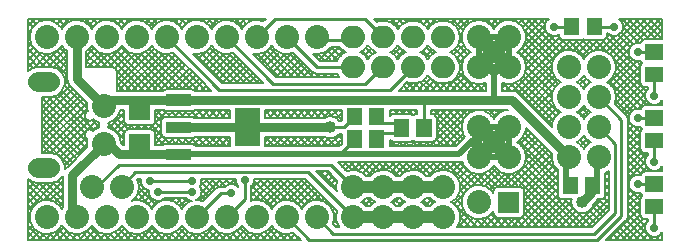
<source format=gbr>
G04 DipTrace 2.4.0.2*
%INTop.gbr*%
%MOIN*%
%ADD14C,0.03*%
%ADD15C,0.02*%
%ADD16C,0.01*%
%ADD17C,0.007*%
%ADD18C,0.08*%
%ADD19C,0.0*%
%ADD20O,0.08X0.075*%
%ADD22C,0.08*%
%ADD23C,0.028*%
%ADD25C,0.04*%
%FSLAX44Y44*%
G04*
G70*
G90*
G75*
G01*
%LNTop*%
%LPD*%
X6690Y7380D2*
D14*
X5640Y6330D1*
Y4940D1*
X5790D1*
X19190Y7940D2*
D15*
X20190Y6940D1*
X19190Y7940D2*
Y7441D1*
Y6940D1*
X20190Y7940D2*
X19190Y6940D1*
X20190Y7940D2*
X19190D1*
X20190Y6940D2*
X19190D1*
X20190Y7940D2*
Y6940D1*
X19190Y7441D2*
X18941D1*
X18529Y7029D1*
X14568D1*
X9190D1*
X19190Y7940D2*
Y7690D1*
X18941Y7441D1*
X19190Y6940D2*
Y7193D1*
X18941Y7441D1*
X19190Y7940D2*
Y7740D1*
X19890Y7040D1*
X20090D1*
X20190Y6940D1*
X19190Y7940D2*
X19390D1*
X20090Y7240D1*
Y7040D1*
X20190Y7940D2*
Y7740D1*
X19590Y7140D1*
X19390D1*
X19190Y6940D1*
X20190Y7940D2*
X19990D1*
X19290Y7240D1*
Y7040D1*
X19190Y6940D1*
X15042Y7540D2*
D16*
X15079D1*
X14568Y7029D1*
X7890Y7390D2*
D15*
Y7029D1*
D14*
X9190D1*
X7890D2*
X7201D1*
X6850Y7380D1*
X6690D1*
X5790Y10940D2*
Y9540D1*
X6690Y8640D1*
X9190Y8840D2*
X7890D1*
X6890D1*
X6690Y8640D1*
X7890Y8492D2*
D15*
Y8840D1*
X9190D2*
D14*
X17364D1*
X19690D1*
X20290D1*
X22190Y6940D1*
D15*
X22090D1*
Y6140D1*
X22240Y5990D1*
X17364Y7914D2*
D16*
Y8840D1*
X19190Y9940D2*
D15*
X19689D1*
X20190D1*
X19190D2*
X20190Y10940D1*
Y9940D1*
X19190Y10940D2*
X20190Y9940D1*
X19190Y10940D2*
Y9940D1*
Y10940D2*
X20190D1*
X19190D2*
X19390D1*
X20090Y10240D1*
Y10040D1*
X20190Y9940D1*
X19190Y10940D2*
Y10740D1*
X19890Y10040D1*
X20090D1*
X20190Y10940D2*
Y10740D1*
X19490Y10040D1*
X19290D1*
X19190Y9940D1*
X20190Y10940D2*
X19990D1*
X19290Y10240D1*
Y10040D1*
X19690Y8840D2*
X19689Y9697D1*
Y9940D1*
X20190D2*
X19932D1*
X19689Y9697D1*
X19190Y9940D2*
X19446D1*
X19689Y9697D1*
X21690Y11290D2*
D16*
X22290D1*
X13790Y10940D2*
Y11140D1*
X14090Y10840D1*
X14990D1*
Y10940D1*
X12790D2*
X13790Y9940D1*
X14990D1*
X11790Y10940D2*
X12390Y11540D1*
X15390D1*
X15990Y10940D1*
X10790D2*
X12340Y9390D1*
X15390D1*
X15990Y9990D1*
Y9940D1*
X23190Y7940D2*
X23740Y7390D1*
Y5090D1*
X23040Y4390D1*
X14340D1*
X13790Y4940D1*
X12790D2*
X13540Y4190D1*
X23140D1*
X23940Y4990D1*
Y8190D1*
X23190Y8940D1*
X11390Y6190D2*
Y5540D1*
X10790Y4940D1*
X10940Y5740D2*
X10590D1*
X9790Y4940D1*
X8790Y10940D2*
X10540Y9190D1*
X16240D1*
X16990Y9940D1*
X7290Y5940D2*
Y5990D1*
X7740Y6440D1*
X13500D1*
X15000Y4940D1*
D15*
Y4840D1*
X16000D1*
Y4940D1*
Y4840D2*
X17000D1*
Y4940D1*
Y4840D2*
X18000D1*
Y4940D1*
X15000D2*
Y5040D1*
X16000D1*
Y4940D1*
Y5040D2*
X17000D1*
Y4940D1*
Y5040D2*
X18000D1*
Y4940D1*
X6290Y5940D2*
D16*
X6440D1*
X7190Y6690D1*
X14250D1*
X15000Y5940D1*
D15*
Y6040D1*
X16000D1*
Y5940D1*
Y6040D2*
X17000D1*
Y5940D1*
Y6040D2*
X18000D1*
Y5940D1*
X15000D2*
Y5840D1*
X16000D1*
Y5940D1*
Y5840D2*
X17000D1*
Y5940D1*
Y5840D2*
X18000D1*
Y5940D1*
X9190Y7934D2*
D14*
X11473D1*
X14234D1*
X22640Y5440D2*
X22940Y5740D1*
Y5942D1*
X22988Y5990D1*
X23190Y6940D2*
D15*
X23140D1*
Y6142D1*
X22988Y5990D1*
X14234Y7934D2*
D16*
X14686D1*
X15042Y8290D1*
X23038Y11290D2*
X23690D1*
X25035Y9695D2*
Y8995D1*
X25040Y8990D1*
X25035Y7495D2*
Y6795D1*
X25040Y6790D1*
Y5290D2*
Y4590D1*
Y6038D2*
X24490D1*
X15790Y8290D2*
Y8090D1*
X16440D1*
X16616Y7914D1*
X15790Y7540D2*
Y7740D1*
X16440D1*
X16614Y7914D1*
X16616D1*
X25035Y10443D2*
X25032Y10440D1*
X24490D1*
X9640Y6140D2*
X8240D1*
X25035Y8243D2*
X24490D1*
X9640Y5790D2*
X8490D1*
D23*
X11390Y6190D3*
X10940Y5740D3*
D25*
X14234Y7934D3*
X22640Y5440D3*
D23*
X23690Y11290D3*
X24490Y6038D3*
Y10440D3*
X9640Y6140D3*
X8240D3*
X24490Y8243D3*
X9640Y5790D3*
X8490D3*
X25040Y8990D3*
Y6790D3*
Y4590D3*
X21690Y11290D3*
X4396Y11550D2*
D17*
X4180Y11334D1*
X4623Y11550D2*
X4506Y11433D1*
X4297Y11224D2*
X4180Y11107D1*
X4849Y11550D2*
X4811Y11512D1*
X4217Y10919D2*
X4180Y10881D1*
X5075Y11550D2*
X5000Y11474D1*
X4256Y10731D2*
X4180Y10655D1*
X5301Y11550D2*
X5144Y11393D1*
X4337Y10586D2*
X4180Y10429D1*
X5528Y11550D2*
X5255Y11277D1*
X4452Y10475D2*
X4180Y10202D1*
X5754Y11550D2*
X5710Y11506D1*
X4602Y10398D2*
X4180Y9976D1*
X5980Y11550D2*
X5927Y11497D1*
X4797Y10367D2*
X4353Y9923D1*
X6207Y11550D2*
X6088Y11431D1*
X5299Y10642D2*
X4610Y9954D1*
X6433Y11550D2*
X6213Y11330D1*
X5401Y10518D2*
X4837Y9954D1*
X6659Y11550D2*
X6579Y11470D1*
X5468Y10359D2*
X5037Y9928D1*
X6885Y11550D2*
X6845Y11510D1*
X5467Y10132D2*
X5190Y9855D1*
X7112Y11550D2*
X7025Y11464D1*
X5468Y9906D2*
X5309Y9747D1*
X7338Y11550D2*
X7164Y11376D1*
X6354Y10566D2*
X6112Y10324D1*
X5467Y9680D2*
X5383Y9595D1*
X4727Y8939D2*
X4639Y8851D1*
X7564Y11550D2*
X7270Y11256D1*
X6474Y10460D2*
X6113Y10099D1*
X5476Y9462D2*
X5397Y9383D1*
X4966Y8952D2*
X4639Y8625D1*
X7790Y11550D2*
X7751Y11511D1*
X6629Y10389D2*
X6176Y9935D1*
X5556Y9315D2*
X4639Y8399D1*
X8017Y11550D2*
X7956Y11489D1*
X6836Y10369D2*
X6402Y9935D1*
X5669Y9202D2*
X4640Y8173D1*
X8243Y11550D2*
X8110Y11417D1*
X7313Y10620D2*
X6628Y9935D1*
X5782Y9089D2*
X4639Y7946D1*
X8469Y11550D2*
X8230Y11311D1*
X7420Y10501D2*
X6855Y9935D1*
X5895Y8976D2*
X4639Y7720D1*
X8696Y11550D2*
X8635Y11489D1*
X7560Y10414D2*
X7055Y9909D1*
X6008Y8863D2*
X4639Y7494D1*
X8922Y11550D2*
X8878Y11506D1*
X7741Y10369D2*
X7119Y9747D1*
X6122Y8750D2*
X4639Y7267D1*
X9148Y11550D2*
X9050Y11452D1*
X8013Y10415D2*
X7120Y9522D1*
X6128Y8530D2*
X4678Y7080D1*
X9374Y11550D2*
X9184Y11359D1*
X8371Y10547D2*
X7119Y9295D1*
X6065Y8240D2*
X4904Y7080D1*
X9601Y11550D2*
X9431Y11381D1*
X9349Y11298D2*
X9284Y11233D1*
X8497Y10446D2*
X7213Y9163D1*
X6203Y8153D2*
X5092Y7041D1*
X4214Y6164D2*
X4180Y6130D1*
X9827Y11550D2*
X9789Y11512D1*
X8659Y10382D2*
X7440Y9163D1*
X6414Y8137D2*
X5228Y6951D1*
X4369Y6092D2*
X4180Y5903D1*
X10053Y11550D2*
X9984Y11481D1*
X8878Y10375D2*
X7666Y9163D1*
X6518Y8014D2*
X6331Y7828D1*
X6084Y7581D2*
X5331Y6828D1*
X4569Y6065D2*
X4180Y5677D1*
X10279Y11550D2*
X10131Y11402D1*
X9071Y10342D2*
X7892Y9163D1*
X6117Y7388D2*
X5397Y6668D1*
X4795Y6065D2*
X4180Y5450D1*
X10506Y11550D2*
X10245Y11290D1*
X9184Y10229D2*
X8118Y9163D1*
X7363Y8407D2*
X6878Y7922D1*
X5054Y6098D2*
X4180Y5224D1*
X10732Y11550D2*
X10684Y11502D1*
X9297Y10115D2*
X8345Y9163D1*
X7363Y8182D2*
X7027Y7845D1*
X5318Y6136D2*
X4683Y5502D1*
X4229Y5047D2*
X4180Y4998D1*
X10958Y11550D2*
X10909Y11501D1*
X9776Y10368D2*
X9728Y10320D1*
X9410Y10002D2*
X8571Y9163D1*
X7440Y8031D2*
X7143Y7734D1*
X5317Y5909D2*
X4909Y5501D1*
X4229Y4821D2*
X4180Y4771D1*
X11185Y11550D2*
X11074Y11440D1*
X10291Y10656D2*
X10272Y10638D1*
X10092Y10458D2*
X9841Y10207D1*
X9524Y9889D2*
X8834Y9200D1*
X7640Y8005D2*
X7509Y7874D1*
X7366Y7731D2*
X7224Y7590D1*
X5317Y5683D2*
X5074Y5440D1*
X4291Y4656D2*
X4180Y4546D1*
X11411Y11550D2*
X11201Y11341D1*
X10389Y10528D2*
X9954Y10093D1*
X9636Y9775D2*
X9061Y9200D1*
X7866Y8005D2*
X7738Y7877D1*
X7363Y7502D2*
X7275Y7414D1*
X5318Y5457D2*
X5201Y5341D1*
X4389Y4528D2*
X4180Y4319D1*
X11637Y11550D2*
X11538Y11451D1*
X10520Y10433D2*
X10067Y9980D1*
X9750Y9663D2*
X9287Y9200D1*
X8604Y8517D2*
X8417Y8330D1*
X8092Y8005D2*
X7964Y7877D1*
X4520Y4433D2*
X4267Y4180D1*
X11863Y11550D2*
X11825Y11512D1*
X10689Y10376D2*
X10181Y9867D1*
X9863Y9550D2*
X9513Y9200D1*
X8794Y8481D2*
X8191Y7877D1*
X4689Y4376D2*
X4493Y4180D1*
X12090Y11550D2*
X12010Y11471D1*
X10925Y10385D2*
X10293Y9754D1*
X9976Y9437D2*
X9711Y9171D1*
X9020Y8481D2*
X8834Y8294D1*
X8594Y8055D2*
X8368Y7828D1*
X4925Y4385D2*
X4719Y4180D1*
X11089Y10323D2*
X10407Y9641D1*
X10089Y9323D2*
X9929Y9163D1*
X9247Y8481D2*
X9060Y8294D1*
X8594Y7828D2*
X8417Y7651D1*
X5344Y4578D2*
X4946Y4180D1*
X11202Y10210D2*
X10520Y9528D1*
X10202Y9210D2*
X10155Y9163D1*
X9473Y8481D2*
X9286Y8294D1*
X8631Y7639D2*
X8417Y7425D1*
X5461Y4469D2*
X5172Y4180D1*
X11316Y10097D2*
X10633Y9415D1*
X9736Y8517D2*
X9513Y8294D1*
X8794Y7575D2*
X8570Y7352D1*
X5613Y4394D2*
X5398Y4180D1*
X11813Y10368D2*
X11746Y10301D1*
X11428Y9984D2*
X10857Y9413D1*
X9962Y8517D2*
X9711Y8266D1*
X9020Y7575D2*
X8833Y7389D1*
X5813Y4368D2*
X5624Y4180D1*
X12304Y10633D2*
X11859Y10188D1*
X11542Y9871D2*
X11084Y9413D1*
X10188Y8517D2*
X9928Y8257D1*
X9246Y7575D2*
X9060Y7389D1*
X7888Y6217D2*
X7823Y6152D1*
X6304Y4633D2*
X5851Y4180D1*
X12408Y10511D2*
X11973Y10075D1*
X11655Y9758D2*
X11310Y9413D1*
X10414Y8517D2*
X10154Y8257D1*
X9472Y7575D2*
X9286Y7389D1*
X7941Y6044D2*
X7862Y5965D1*
X6408Y4511D2*
X6077Y4180D1*
X12545Y10421D2*
X12085Y9962D1*
X11768Y9645D2*
X11536Y9413D1*
X10641Y8517D2*
X10381Y8257D1*
X9736Y7612D2*
X9512Y7389D1*
X8030Y5906D2*
X7789Y5665D1*
X6545Y4421D2*
X6303Y4180D1*
X12721Y10371D2*
X12199Y9849D1*
X11881Y9531D2*
X11762Y9413D1*
X10867Y8517D2*
X10607Y8257D1*
X9962Y7612D2*
X9711Y7361D1*
X8181Y5831D2*
X7859Y5509D1*
X6721Y4371D2*
X6530Y4180D1*
X12977Y10401D2*
X12312Y9736D1*
X10877Y8301D2*
X10833Y8257D1*
X10188Y7612D2*
X9877Y7301D1*
X8215Y5639D2*
X8035Y5459D1*
X6977Y4401D2*
X6756Y4180D1*
X13108Y10305D2*
X12425Y9623D1*
X10415Y7612D2*
X10104Y7301D1*
X8325Y5523D2*
X8172Y5369D1*
X7360Y4558D2*
X6982Y4180D1*
X13220Y10192D2*
X12642Y9613D1*
X10641Y7612D2*
X10330Y7301D1*
X8507Y5478D2*
X8276Y5247D1*
X7483Y4455D2*
X7208Y4180D1*
X13334Y10079D2*
X12868Y9613D1*
X10867Y7612D2*
X10556Y7301D1*
X8822Y5567D2*
X8766Y5512D1*
X7641Y4386D2*
X7435Y4180D1*
X13853Y10372D2*
X13765Y10283D1*
X13447Y9966D2*
X13094Y9613D1*
X10878Y7397D2*
X10782Y7301D1*
X9049Y5567D2*
X8967Y5486D1*
X7853Y4372D2*
X7661Y4180D1*
X14325Y10618D2*
X13877Y10170D1*
X13560Y9853D2*
X13320Y9613D1*
X12225Y8517D2*
X12069Y8362D1*
X9275Y5567D2*
X9118Y5411D1*
X8319Y4612D2*
X7887Y4180D1*
X14534Y10600D2*
X14097Y10163D1*
X13679Y9745D2*
X13547Y9613D1*
X12451Y8517D2*
X12191Y8257D1*
X10151Y6217D2*
X9900Y5966D1*
X9463Y5530D2*
X9236Y5302D1*
X8428Y4494D2*
X8114Y4180D1*
X14650Y10490D2*
X14323Y10163D1*
X13877Y9717D2*
X13773Y9613D1*
X12677Y8517D2*
X12417Y8257D1*
X10377Y6217D2*
X9952Y5792D1*
X8570Y4410D2*
X8340Y4180D1*
X15936Y11550D2*
X15863Y11477D1*
X14104Y9717D2*
X13999Y9613D1*
X12903Y8517D2*
X12643Y8257D1*
X10603Y6217D2*
X9891Y5505D1*
X8755Y4369D2*
X8566Y4180D1*
X16163Y11550D2*
X16095Y11482D1*
X14330Y9717D2*
X14225Y9613D1*
X13130Y8517D2*
X12870Y8257D1*
X12225Y7612D2*
X12069Y7457D1*
X10830Y6217D2*
X10574Y5962D1*
X9041Y4428D2*
X8792Y4180D1*
X16389Y11550D2*
X16267Y11428D1*
X15494Y10656D2*
X15439Y10600D1*
X15355Y10516D2*
X15267Y10428D1*
X14494Y9656D2*
X14452Y9613D1*
X13356Y8517D2*
X13096Y8257D1*
X12451Y7612D2*
X12140Y7301D1*
X11056Y6217D2*
X10886Y6047D1*
X9378Y4540D2*
X9019Y4180D1*
X16615Y11550D2*
X16399Y11334D1*
X15597Y10532D2*
X15399Y10334D1*
X13582Y8517D2*
X13322Y8257D1*
X12677Y7612D2*
X12366Y7301D1*
X11110Y6045D2*
X11084Y6019D1*
X9506Y4441D2*
X9245Y4180D1*
X16841Y11550D2*
X16716Y11424D1*
X15734Y10442D2*
X15715Y10424D1*
X13809Y8517D2*
X13549Y8257D1*
X12904Y7612D2*
X12593Y7301D1*
X9671Y4379D2*
X9471Y4180D1*
X17068Y11550D2*
X17005Y11488D1*
X14035Y8517D2*
X13775Y8257D1*
X13130Y7612D2*
X12819Y7301D1*
X11735Y6217D2*
X11702Y6184D1*
X9896Y4379D2*
X9697Y4180D1*
X17294Y11550D2*
X17201Y11457D1*
X14261Y8517D2*
X14001Y8257D1*
X13356Y7612D2*
X13045Y7301D1*
X11961Y6217D2*
X11613Y5869D1*
X10335Y4591D2*
X9924Y4180D1*
X17520Y11550D2*
X17348Y11378D1*
X16550Y10580D2*
X16348Y10378D1*
X14487Y8517D2*
X14275Y8305D1*
X13582Y7612D2*
X13271Y7301D1*
X12187Y6217D2*
X11612Y5642D1*
X10449Y4478D2*
X10150Y4180D1*
X17747Y11550D2*
X17460Y11263D1*
X16672Y10475D2*
X16460Y10263D1*
X14614Y8417D2*
X14442Y8246D1*
X13809Y7612D2*
X13498Y7301D1*
X12414Y6217D2*
X11701Y5505D1*
X10596Y4400D2*
X10376Y4180D1*
X17973Y11550D2*
X17906Y11484D1*
X14614Y8191D2*
X14580Y8157D1*
X14035Y7612D2*
X13724Y7301D1*
X12640Y6217D2*
X11921Y5498D1*
X10790Y4367D2*
X10603Y4180D1*
X18199Y11550D2*
X18126Y11477D1*
X14211Y7562D2*
X13950Y7301D1*
X12866Y6217D2*
X12083Y5434D1*
X11296Y4647D2*
X11233Y4584D1*
X11146Y4497D2*
X10829Y4180D1*
X18425Y11550D2*
X18290Y11415D1*
X17509Y10634D2*
X17290Y10415D1*
X14587Y7712D2*
X14177Y7301D1*
X13092Y6217D2*
X12209Y5334D1*
X11396Y4521D2*
X11055Y4180D1*
X18652Y11550D2*
X18417Y11315D1*
X17616Y10515D2*
X17417Y10315D1*
X14613Y7512D2*
X14403Y7301D1*
X13319Y6217D2*
X12566Y5464D1*
X11530Y4428D2*
X11281Y4180D1*
X18878Y11550D2*
X18508Y11181D1*
X13475Y6147D2*
X12839Y5511D1*
X11701Y4373D2*
X11508Y4180D1*
X19104Y11550D2*
X19047Y11493D1*
X18637Y11083D2*
X18559Y11005D1*
X16947Y9393D2*
X16717Y9163D1*
X14022Y6468D2*
X13906Y6352D1*
X13588Y6034D2*
X13020Y5466D1*
X11944Y4390D2*
X11734Y4180D1*
X19330Y11550D2*
X19286Y11505D1*
X18625Y10844D2*
X18524Y10744D1*
X17212Y9431D2*
X16943Y9163D1*
X16298Y8517D2*
X16218Y8438D1*
X14537Y6756D2*
X14519Y6738D1*
X14202Y6421D2*
X14019Y6239D1*
X13701Y5921D2*
X13160Y5379D1*
X12350Y4570D2*
X11960Y4180D1*
X19557Y11550D2*
X19456Y11449D1*
X18681Y10674D2*
X18368Y10362D1*
X17567Y9560D2*
X17169Y9163D1*
X16524Y8517D2*
X16388Y8382D1*
X14763Y6756D2*
X14632Y6625D1*
X14314Y6308D2*
X14132Y6126D1*
X13815Y5808D2*
X13267Y5260D1*
X12470Y4463D2*
X12186Y4180D1*
X19783Y11550D2*
X19588Y11355D1*
X18776Y10543D2*
X18475Y10242D1*
X17694Y9461D2*
X17396Y9163D1*
X16750Y8517D2*
X16615Y8382D1*
X14989Y6756D2*
X14745Y6512D1*
X14428Y6195D2*
X14245Y6012D1*
X13928Y5695D2*
X13743Y5510D1*
X12624Y4391D2*
X12413Y4180D1*
X20009Y11550D2*
X19869Y11410D1*
X19721Y11262D2*
X19687Y11228D1*
X18902Y10443D2*
X18869Y10410D1*
X18721Y10262D2*
X18544Y10085D1*
X17861Y9402D2*
X17622Y9163D1*
X16976Y8517D2*
X16841Y8382D1*
X15215Y6756D2*
X14971Y6512D1*
X14429Y5970D2*
X14358Y5899D1*
X14041Y5581D2*
X13950Y5491D1*
X12829Y4369D2*
X12639Y4180D1*
X20236Y11550D2*
X20198Y11512D1*
X18617Y9932D2*
X18557Y9872D1*
X18083Y9397D2*
X17848Y9163D1*
X17142Y8456D2*
X17058Y8372D1*
X15442Y6756D2*
X15172Y6487D1*
X14154Y5468D2*
X14106Y5420D1*
X13049Y4363D2*
X12865Y4180D1*
X20462Y11550D2*
X20390Y11478D1*
X18652Y9740D2*
X18075Y9163D1*
X16358Y7446D2*
X16218Y7307D1*
X15668Y6756D2*
X15325Y6413D1*
X14267Y5356D2*
X14226Y5314D1*
X13162Y4250D2*
X13092Y4180D1*
X20688Y11550D2*
X20537Y11399D1*
X18732Y9594D2*
X18301Y9163D1*
X17655Y8517D2*
X17586Y8448D1*
X16584Y7446D2*
X16439Y7301D1*
X15894Y6756D2*
X15451Y6313D1*
X14380Y5242D2*
X14314Y5176D1*
X20914Y11550D2*
X20649Y11285D1*
X18845Y9481D2*
X18527Y9163D1*
X17881Y8517D2*
X17718Y8354D1*
X16810Y7446D2*
X16666Y7301D1*
X16120Y6756D2*
X15857Y6493D1*
X14447Y5083D2*
X14360Y4996D1*
X21141Y11550D2*
X20729Y11138D1*
X18992Y9401D2*
X18753Y9163D1*
X18108Y8517D2*
X17793Y8202D1*
X17047Y7456D2*
X16892Y7301D1*
X16347Y6756D2*
X16096Y6505D1*
X14435Y4844D2*
X14320Y4730D1*
X21367Y11550D2*
X20762Y10945D1*
X19184Y9367D2*
X18980Y9163D1*
X18334Y8517D2*
X17792Y7976D1*
X17263Y7446D2*
X17118Y7301D1*
X16573Y6756D2*
X16266Y6449D1*
X14491Y4674D2*
X14432Y4615D1*
X21382Y11339D2*
X20654Y10611D1*
X20520Y10477D2*
X20479Y10436D1*
X19416Y9373D2*
X19206Y9163D1*
X18560Y8517D2*
X17792Y7749D1*
X17489Y7446D2*
X17344Y7301D1*
X16799Y6756D2*
X16398Y6355D1*
X15585Y5542D2*
X15398Y5355D1*
X21412Y11143D2*
X20606Y10337D1*
X18787Y8517D2*
X17571Y7301D1*
X17026Y6756D2*
X16679Y6410D1*
X15712Y5443D2*
X15679Y5410D1*
X21521Y11025D2*
X20700Y10205D1*
X19013Y8517D2*
X18955Y8459D1*
X18671Y8175D2*
X17797Y7301D1*
X17252Y6756D2*
X17008Y6512D1*
X21700Y10978D2*
X20756Y10034D1*
X20096Y9374D2*
X19962Y9240D1*
X18619Y7897D2*
X18023Y7301D1*
X17478Y6756D2*
X17200Y6478D1*
X21875Y10926D2*
X20742Y9794D1*
X20336Y9388D2*
X20111Y9163D1*
X19465Y8517D2*
X19416Y8468D1*
X18663Y7714D2*
X18249Y7301D1*
X17704Y6756D2*
X17346Y6398D1*
X16516Y5567D2*
X16346Y5398D1*
X21999Y10825D2*
X20334Y9160D1*
X19692Y8517D2*
X19557Y8382D1*
X17931Y6756D2*
X17487Y6313D1*
X16655Y5481D2*
X16487Y5313D1*
X22223Y10822D2*
X20493Y9092D1*
X19918Y8517D2*
X19665Y8264D1*
X18157Y6756D2*
X17905Y6504D1*
X22449Y10822D2*
X22136Y10509D1*
X21621Y9994D2*
X20608Y8981D1*
X18383Y6756D2*
X18126Y6499D1*
X22696Y10843D2*
X22346Y10492D1*
X21638Y9785D2*
X20721Y8868D1*
X18633Y6779D2*
X18289Y6436D1*
X17330Y5477D2*
X17289Y5436D1*
X22901Y10822D2*
X22502Y10423D1*
X21707Y9628D2*
X20834Y8754D1*
X18707Y6628D2*
X18416Y6336D1*
X17604Y5524D2*
X17416Y5336D1*
X23128Y10822D2*
X22623Y10317D1*
X21813Y9507D2*
X20947Y8642D1*
X18813Y6507D2*
X18510Y6204D1*
X24082Y11550D2*
X23968Y11436D1*
X23544Y11011D2*
X23437Y10905D1*
X23383Y10851D2*
X23016Y10484D1*
X21646Y9114D2*
X21061Y8529D1*
X18950Y6418D2*
X18566Y6034D1*
X24308Y11550D2*
X23998Y11239D1*
X23741Y10983D2*
X23266Y10508D1*
X21622Y8864D2*
X21174Y8416D1*
X19129Y6370D2*
X18552Y5794D1*
X24535Y11550D2*
X23441Y10457D1*
X21674Y8689D2*
X21287Y8302D1*
X20827Y7843D2*
X20724Y7739D1*
X19390Y6406D2*
X18933Y5949D1*
X18681Y5697D2*
X18367Y5382D1*
X24761Y11550D2*
X23576Y10365D1*
X22764Y9554D2*
X22576Y9365D1*
X21764Y8554D2*
X21400Y8189D1*
X20941Y7730D2*
X20576Y7365D1*
X19764Y6554D2*
X19223Y6012D1*
X18618Y5407D2*
X18474Y5263D1*
X24987Y11550D2*
X23679Y10242D1*
X22889Y9451D2*
X22679Y9242D1*
X21889Y8451D2*
X21513Y8076D1*
X21054Y7617D2*
X20679Y7242D1*
X19889Y6451D2*
X19408Y5971D1*
X18659Y5222D2*
X18548Y5111D1*
X25214Y11550D2*
X24402Y10738D1*
X24192Y10529D2*
X23746Y10082D1*
X21168Y7504D2*
X20746Y7082D1*
X20048Y6384D2*
X19551Y5887D1*
X18743Y5079D2*
X18571Y4908D1*
X25300Y11410D2*
X24761Y10871D1*
X24203Y10313D2*
X23757Y9868D1*
X21280Y7391D2*
X20757Y6868D1*
X20263Y6373D2*
X19852Y5963D1*
X18860Y4970D2*
X18502Y4612D1*
X25300Y11184D2*
X24987Y10871D1*
X24303Y10187D2*
X23524Y9408D1*
X22723Y8607D2*
X22524Y8408D1*
X21393Y7277D2*
X20078Y5962D1*
X19011Y4895D2*
X18729Y4613D1*
X25300Y10958D2*
X25214Y10871D1*
X24470Y10127D2*
X23640Y9297D1*
X22833Y8490D2*
X22640Y8297D1*
X21507Y7165D2*
X20305Y5963D1*
X19211Y4868D2*
X18955Y4612D1*
X24581Y10013D2*
X23723Y9154D1*
X21620Y7051D2*
X20532Y5963D1*
X19668Y5099D2*
X19181Y4613D1*
X24567Y9772D2*
X23762Y8967D1*
X21627Y6832D2*
X20684Y5889D1*
X19741Y4946D2*
X19408Y4613D1*
X24567Y9546D2*
X23734Y8713D1*
X21686Y6664D2*
X20712Y5691D1*
X19938Y4917D2*
X19634Y4612D1*
X24593Y9345D2*
X23848Y8600D1*
X22782Y7535D2*
X22595Y7348D1*
X21782Y6535D2*
X20712Y5465D1*
X20165Y4918D2*
X19860Y4613D1*
X24740Y9266D2*
X23961Y8487D1*
X21818Y6344D2*
X20712Y5239D1*
X20391Y4917D2*
X20086Y4612D1*
X24731Y9031D2*
X24074Y8374D1*
X21812Y6112D2*
X20313Y4613D1*
X24764Y8838D2*
X24481Y8555D1*
X24177Y8251D2*
X24159Y8233D1*
X21812Y5885D2*
X20538Y4612D1*
X24875Y8723D2*
X24824Y8671D1*
X24225Y8073D2*
X24163Y8010D1*
X21814Y5661D2*
X20765Y4613D1*
X24344Y7965D2*
X24163Y7784D1*
X21915Y5536D2*
X20992Y4613D1*
X25300Y8695D2*
X25276Y8671D1*
X24540Y7935D2*
X24163Y7558D1*
X22127Y5522D2*
X21218Y4612D1*
X24567Y7736D2*
X24163Y7331D1*
X22267Y5436D2*
X21444Y4613D1*
X24567Y7510D2*
X24163Y7105D1*
X23518Y6460D2*
X23412Y6355D1*
X22314Y5256D2*
X21670Y4612D1*
X24567Y7283D2*
X24163Y6879D1*
X23518Y6234D2*
X23416Y6132D1*
X22420Y5136D2*
X21897Y4613D1*
X24621Y7111D2*
X24163Y6652D1*
X23518Y6008D2*
X23416Y5906D1*
X22581Y5071D2*
X22122Y4612D1*
X24803Y7067D2*
X24163Y6426D1*
X23518Y5781D2*
X23416Y5679D1*
X23260Y5524D2*
X22349Y4613D1*
X24728Y6765D2*
X24163Y6200D1*
X23518Y5555D2*
X22576Y4613D1*
X24789Y6600D2*
X24537Y6348D1*
X24181Y5992D2*
X24162Y5973D1*
X23518Y5329D2*
X22801Y4612D1*
X24917Y6502D2*
X24882Y6467D1*
X24250Y5835D2*
X24163Y5747D1*
X25136Y6494D2*
X25108Y6466D1*
X24384Y5742D2*
X24163Y5521D1*
X24583Y5716D2*
X24163Y5295D1*
X24572Y5478D2*
X24163Y5069D1*
X24572Y5252D2*
X23501Y4180D1*
X24572Y5025D2*
X23726Y4180D1*
X24656Y4883D2*
X23953Y4180D1*
X24818Y4819D2*
X24179Y4180D1*
X24737Y4511D2*
X24405Y4180D1*
X24819Y4367D2*
X24631Y4180D1*
X24964Y4286D2*
X24858Y4180D1*
X25300Y4396D2*
X25085Y4180D1*
X25084Y11550D2*
X25300Y11334D1*
X24857Y11550D2*
X25300Y11107D1*
X24631Y11550D2*
X25300Y10881D1*
X24405Y11550D2*
X25084Y10871D1*
X24179Y11550D2*
X24857Y10871D1*
X23952Y11550D2*
X24653Y10850D1*
X24003Y11274D2*
X24526Y10750D1*
X23945Y11105D2*
X24336Y10714D1*
X23820Y11004D2*
X24221Y10603D1*
X23607Y10990D2*
X24178Y10419D1*
X24468Y10129D2*
X24579Y10018D1*
X23451Y10920D2*
X24567Y9804D1*
X23321Y10823D2*
X24567Y9577D1*
X23097Y10822D2*
X23504Y10415D1*
X23665Y10253D2*
X24769Y9150D1*
X25199Y8719D2*
X25248Y8671D1*
X22870Y10822D2*
X23180Y10512D1*
X23763Y9929D2*
X24729Y8963D1*
X22626Y10840D2*
X22988Y10478D1*
X23728Y9738D2*
X24795Y8671D1*
X22418Y10822D2*
X22842Y10397D1*
X23647Y9592D2*
X24617Y8623D1*
X21463Y11550D2*
X21485Y11529D1*
X22191Y10822D2*
X22730Y10283D1*
X23534Y9479D2*
X24459Y8554D1*
X21237Y11550D2*
X21394Y11393D1*
X21793Y10994D2*
X22283Y10504D1*
X23754Y9033D2*
X24296Y8491D1*
X21011Y11550D2*
X21417Y11143D1*
X21543Y11018D2*
X22062Y10499D1*
X23749Y8812D2*
X24199Y8362D1*
X20784Y11550D2*
X21899Y10435D1*
X22685Y9649D2*
X22733Y9601D1*
X22851Y9483D2*
X22899Y9435D1*
X24162Y8172D2*
X24199Y8136D1*
X24383Y7951D2*
X24568Y7767D1*
X20558Y11550D2*
X21773Y10335D1*
X22586Y9523D2*
X22773Y9335D1*
X24163Y7946D2*
X24567Y7541D1*
X20332Y11550D2*
X20421Y11461D1*
X20711Y11171D2*
X21679Y10203D1*
X24162Y7720D2*
X24568Y7314D1*
X20106Y11550D2*
X20145Y11511D1*
X20761Y10895D2*
X21624Y10031D1*
X24163Y7493D2*
X24749Y6907D1*
X25157Y6499D2*
X25189Y6467D1*
X19879Y11550D2*
X19963Y11467D1*
X20717Y10712D2*
X21639Y9791D1*
X24163Y7267D2*
X24750Y6679D1*
X24929Y6500D2*
X24962Y6467D1*
X19653Y11550D2*
X19822Y11381D1*
X20631Y10572D2*
X21822Y9381D1*
X22631Y8572D2*
X22822Y8381D1*
X24162Y7041D2*
X24736Y6467D1*
X19427Y11550D2*
X19714Y11263D1*
X20512Y10465D2*
X21714Y9263D1*
X22512Y8465D2*
X22714Y8263D1*
X24163Y6814D2*
X24594Y6382D1*
X19201Y11550D2*
X19241Y11510D1*
X20760Y9990D2*
X21642Y9109D1*
X24162Y6588D2*
X24409Y6341D1*
X18974Y11550D2*
X19033Y11492D1*
X20742Y9782D2*
X21619Y8905D1*
X24163Y6362D2*
X24266Y6259D1*
X18748Y11550D2*
X18877Y11421D1*
X20671Y9627D2*
X21877Y8421D1*
X22671Y7627D2*
X22877Y7421D1*
X24162Y6136D2*
X24186Y6113D1*
X24564Y5734D2*
X24595Y5703D1*
X18522Y11550D2*
X18756Y11316D1*
X20566Y9506D2*
X21756Y8316D1*
X22566Y7506D2*
X22756Y7316D1*
X24163Y5909D2*
X24573Y5499D1*
X18295Y11550D2*
X18667Y11178D1*
X20428Y9417D2*
X21667Y8178D1*
X23428Y6417D2*
X23517Y6328D1*
X24163Y5683D2*
X24572Y5273D1*
X18069Y11550D2*
X18150Y11469D1*
X18544Y11075D2*
X18620Y10999D1*
X20249Y9370D2*
X21620Y7999D1*
X23417Y6202D2*
X23518Y6102D1*
X24162Y5457D2*
X24572Y5047D1*
X24758Y4861D2*
X24812Y4807D1*
X25257Y4362D2*
X25300Y4319D1*
X17843Y11550D2*
X17908Y11485D1*
X18554Y10839D2*
X18658Y10735D1*
X19986Y9407D2*
X20230Y9163D1*
X23416Y5977D2*
X23517Y5876D1*
X24163Y5230D2*
X24734Y4659D1*
X25109Y4284D2*
X25213Y4180D1*
X17617Y11550D2*
X17730Y11437D1*
X18495Y10672D2*
X18803Y10364D1*
X19962Y9205D2*
X20004Y9163D1*
X23417Y5750D2*
X23517Y5649D1*
X24162Y5004D2*
X24987Y4180D1*
X17390Y11550D2*
X17594Y11346D1*
X18396Y10544D2*
X18700Y10240D1*
X23368Y5572D2*
X23518Y5423D1*
X24104Y4837D2*
X24761Y4180D1*
X17164Y11550D2*
X17334Y11380D1*
X17455Y11259D2*
X17493Y11221D1*
X18263Y10451D2*
X18334Y10380D1*
X18455Y10259D2*
X18634Y10080D1*
X19330Y9384D2*
X19417Y9297D1*
X23192Y5523D2*
X23517Y5197D1*
X23991Y4723D2*
X24534Y4180D1*
X16938Y11550D2*
X17000Y11488D1*
X18562Y9926D2*
X18623Y9865D1*
X19115Y9373D2*
X19325Y9163D1*
X19971Y8517D2*
X20005Y8483D1*
X20733Y7755D2*
X21623Y6865D1*
X23074Y5414D2*
X23410Y5078D1*
X23878Y4610D2*
X24308Y4180D1*
X16712Y11550D2*
X16799Y11463D1*
X18525Y9737D2*
X19099Y9163D1*
X19744Y8517D2*
X19855Y8406D1*
X20657Y7605D2*
X21817Y6444D1*
X22980Y5282D2*
X23297Y4965D1*
X23765Y4497D2*
X24082Y4180D1*
X16485Y11550D2*
X16647Y11388D1*
X17442Y10594D2*
X17647Y10388D1*
X18442Y9594D2*
X18873Y9163D1*
X19518Y8517D2*
X19739Y8296D1*
X20546Y7489D2*
X21811Y6224D1*
X22882Y5154D2*
X23184Y4851D1*
X23651Y4384D2*
X23856Y4180D1*
X16259Y11550D2*
X16532Y11277D1*
X17324Y10485D2*
X17532Y10277D1*
X18324Y9485D2*
X18646Y9163D1*
X19292Y8517D2*
X19311Y8498D1*
X20748Y7061D2*
X21812Y5997D1*
X22731Y5078D2*
X23071Y4738D1*
X23539Y4270D2*
X23629Y4180D1*
X16033Y11550D2*
X16104Y11479D1*
X18169Y9414D2*
X18420Y9163D1*
X20752Y6830D2*
X21811Y5771D1*
X22060Y5523D2*
X22311Y5272D1*
X22472Y5110D2*
X22957Y4625D1*
X15806Y11550D2*
X15876Y11481D1*
X17964Y9393D2*
X18194Y9163D1*
X18839Y8517D2*
X18913Y8444D1*
X20693Y6663D2*
X22744Y4613D1*
X16481Y10649D2*
X16706Y10424D1*
X17481Y9649D2*
X17967Y9163D1*
X18613Y8517D2*
X18784Y8346D1*
X20596Y6534D2*
X22517Y4613D1*
X16377Y10526D2*
X16576Y10328D1*
X17377Y9526D2*
X17741Y9163D1*
X18387Y8517D2*
X18687Y8217D1*
X20467Y6437D2*
X22291Y4613D1*
X17239Y9438D2*
X17515Y9163D1*
X18160Y8517D2*
X18627Y8051D1*
X20300Y6377D2*
X22065Y4613D1*
X17058Y9393D2*
X17289Y9163D1*
X17934Y8517D2*
X18631Y7820D1*
X20070Y6381D2*
X20489Y5962D1*
X20712Y5739D2*
X21838Y4613D1*
X16808Y9417D2*
X17062Y9163D1*
X17708Y8517D2*
X18669Y7556D1*
X19641Y6584D2*
X20263Y5962D1*
X20713Y5513D2*
X21612Y4613D1*
X15425Y10574D2*
X15626Y10372D1*
X16684Y9315D2*
X16836Y9163D1*
X17587Y8412D2*
X17617Y8382D1*
X17793Y8206D2*
X18555Y7444D1*
X19525Y6474D2*
X20036Y5962D1*
X20712Y5287D2*
X21386Y4613D1*
X15301Y10472D2*
X15516Y10256D1*
X16570Y9202D2*
X16610Y9163D1*
X17792Y7980D2*
X18442Y7331D1*
X19375Y6397D2*
X19812Y5961D1*
X20711Y5062D2*
X21160Y4613D1*
X17029Y8517D2*
X17141Y8405D1*
X17792Y7754D2*
X18245Y7301D1*
X19178Y6368D2*
X19682Y5864D1*
X20614Y4932D2*
X20933Y4613D1*
X16803Y8517D2*
X16986Y8334D1*
X17777Y7543D2*
X18019Y7301D1*
X18562Y6758D2*
X19325Y5995D1*
X20402Y4918D2*
X20707Y4613D1*
X14476Y10618D2*
X14683Y10411D1*
X16577Y8517D2*
X16712Y8382D1*
X17646Y7448D2*
X17793Y7301D1*
X18338Y6756D2*
X19089Y6004D1*
X20176Y4918D2*
X20481Y4613D1*
X14259Y10608D2*
X14558Y10310D1*
X16350Y8517D2*
X16486Y8382D1*
X17421Y7446D2*
X17566Y7301D1*
X18111Y6756D2*
X18920Y5947D1*
X19950Y4918D2*
X20255Y4613D1*
X14150Y10492D2*
X14468Y10174D1*
X16218Y8423D2*
X16278Y8363D1*
X17195Y7446D2*
X17340Y7301D1*
X17885Y6756D2*
X18150Y6491D1*
X18551Y6090D2*
X18789Y5852D1*
X19602Y5039D2*
X20028Y4613D1*
X14007Y10408D2*
X14252Y10163D1*
X16951Y7464D2*
X17114Y7301D1*
X17659Y6756D2*
X17909Y6506D1*
X18566Y5849D2*
X18691Y5724D1*
X19474Y4941D2*
X19802Y4613D1*
X13821Y10368D2*
X14026Y10163D1*
X16743Y7446D2*
X16887Y7301D1*
X17433Y6756D2*
X17738Y6450D1*
X18511Y5678D2*
X18629Y5560D1*
X19310Y4879D2*
X19576Y4613D1*
X14245Y9717D2*
X14349Y9613D1*
X16516Y7446D2*
X16661Y7301D1*
X17206Y6756D2*
X17605Y6358D1*
X18417Y5545D2*
X18629Y5334D1*
X19084Y4878D2*
X19349Y4613D1*
X14019Y9717D2*
X14123Y9613D1*
X16219Y7517D2*
X16435Y7301D1*
X16980Y6756D2*
X17342Y6394D1*
X18291Y5445D2*
X18342Y5394D1*
X18454Y5282D2*
X19123Y4613D1*
X11960Y11550D2*
X12021Y11488D1*
X13792Y9717D2*
X13897Y9613D1*
X16754Y6756D2*
X16997Y6512D1*
X18573Y4937D2*
X18897Y4613D1*
X11733Y11550D2*
X11771Y11512D1*
X12906Y10378D2*
X13671Y9613D1*
X16527Y6756D2*
X16804Y6479D1*
X18540Y4744D2*
X18671Y4613D1*
X11507Y11550D2*
X11582Y11475D1*
X12678Y10380D2*
X13444Y9613D1*
X14540Y8517D2*
X14614Y8444D1*
X16301Y6756D2*
X16656Y6401D1*
X17490Y5567D2*
X17656Y5401D1*
X11281Y11550D2*
X11438Y11393D1*
X12243Y10588D2*
X13218Y9613D1*
X14314Y8517D2*
X14613Y8218D1*
X16075Y6756D2*
X16518Y6313D1*
X17348Y5483D2*
X17518Y5313D1*
X11055Y11550D2*
X11326Y11279D1*
X12129Y10476D2*
X12992Y9613D1*
X14088Y8517D2*
X14306Y8299D1*
X15849Y6756D2*
X16102Y6502D1*
X10828Y11550D2*
X10873Y11505D1*
X11980Y10399D2*
X12766Y9613D1*
X13861Y8517D2*
X14097Y8282D1*
X15622Y6756D2*
X15878Y6500D1*
X10602Y11550D2*
X10654Y11498D1*
X11784Y10368D2*
X12539Y9613D1*
X13635Y8517D2*
X13895Y8257D1*
X14491Y7661D2*
X14614Y7539D1*
X15396Y6756D2*
X15714Y6438D1*
X16688Y5465D2*
X16714Y5438D1*
X10376Y11550D2*
X10494Y11432D1*
X13409Y8517D2*
X13669Y8257D1*
X14348Y7578D2*
X14574Y7352D1*
X15170Y6756D2*
X15587Y6339D1*
X16399Y5526D2*
X16587Y5339D1*
X10150Y11550D2*
X10369Y11331D1*
X13182Y8517D2*
X13442Y8257D1*
X14117Y7583D2*
X14398Y7301D1*
X14943Y6756D2*
X15245Y6454D1*
X9923Y11550D2*
X10005Y11468D1*
X12956Y8517D2*
X13216Y8257D1*
X13861Y7612D2*
X14172Y7301D1*
X14717Y6756D2*
X14962Y6512D1*
X9697Y11550D2*
X9736Y11511D1*
X10874Y10373D2*
X11834Y9413D1*
X12730Y8517D2*
X12990Y8257D1*
X13635Y7612D2*
X13946Y7301D1*
X9471Y11550D2*
X9556Y11464D1*
X10628Y10393D2*
X11608Y9413D1*
X12504Y8517D2*
X12764Y8257D1*
X13409Y7612D2*
X13720Y7301D1*
X15453Y5567D2*
X15636Y5385D1*
X9244Y11550D2*
X9417Y11377D1*
X10227Y10567D2*
X11382Y9413D1*
X12277Y8517D2*
X12537Y8257D1*
X13182Y7612D2*
X13493Y7301D1*
X15327Y5468D2*
X15482Y5313D1*
X9018Y11550D2*
X9311Y11257D1*
X10108Y10461D2*
X11156Y9413D1*
X12069Y8499D2*
X12311Y8257D1*
X12956Y7612D2*
X13267Y7301D1*
X14101Y6468D2*
X14453Y6115D1*
X8792Y11550D2*
X8831Y11511D1*
X9952Y10390D2*
X10929Y9413D1*
X12069Y8273D2*
X12086Y8256D1*
X12730Y7612D2*
X13041Y7301D1*
X13874Y6468D2*
X14428Y5914D1*
X8566Y11550D2*
X8626Y11490D1*
X9746Y10369D2*
X10703Y9413D1*
X12503Y7612D2*
X12814Y7301D1*
X8339Y11550D2*
X8471Y11418D1*
X12277Y7612D2*
X12588Y7301D1*
X8113Y11550D2*
X8352Y11311D1*
X12069Y7594D2*
X12362Y7301D1*
X7887Y11550D2*
X7948Y11488D1*
X12069Y7368D2*
X12136Y7301D1*
X13220Y6217D2*
X13949Y5488D1*
X14339Y5098D2*
X14431Y5006D1*
X7661Y11550D2*
X7704Y11507D1*
X8841Y10369D2*
X10048Y9163D1*
X10693Y8517D2*
X10878Y8333D1*
X12994Y6217D2*
X13704Y5507D1*
X14357Y4854D2*
X14463Y4747D1*
X7434Y11550D2*
X7532Y11453D1*
X8571Y10414D2*
X9822Y9163D1*
X10467Y8517D2*
X10727Y8257D1*
X12767Y6217D2*
X13532Y5453D1*
X7208Y11550D2*
X7398Y11360D1*
X8210Y10548D2*
X9558Y9200D1*
X10241Y8517D2*
X10501Y8257D1*
X12541Y6217D2*
X13398Y5360D1*
X6982Y11550D2*
X7167Y11365D1*
X7215Y11317D2*
X7297Y11235D1*
X8085Y10447D2*
X9332Y9200D1*
X10015Y8517D2*
X10275Y8257D1*
X12315Y6217D2*
X13167Y5365D1*
X13215Y5317D2*
X13297Y5235D1*
X6755Y11550D2*
X6793Y11512D1*
X7924Y10382D2*
X9106Y9200D1*
X9788Y8517D2*
X10048Y8257D1*
X10693Y7612D2*
X10877Y7428D1*
X12088Y6217D2*
X12793Y5512D1*
X6529Y11550D2*
X6599Y11481D1*
X7704Y10375D2*
X8879Y9200D1*
X9598Y8481D2*
X9822Y8257D1*
X10467Y7612D2*
X10778Y7301D1*
X11862Y6217D2*
X12599Y5481D1*
X6303Y11550D2*
X6450Y11403D1*
X7253Y10600D2*
X8677Y9176D1*
X9372Y8481D2*
X9559Y8294D1*
X10241Y7612D2*
X10552Y7301D1*
X11701Y6152D2*
X12450Y5403D1*
X6077Y11550D2*
X6336Y11291D1*
X7141Y10485D2*
X8464Y9163D1*
X9146Y8481D2*
X9332Y8294D1*
X10014Y7612D2*
X10325Y7301D1*
X11635Y5992D2*
X12336Y5291D1*
X5850Y11550D2*
X5900Y11501D1*
X6996Y10404D2*
X8238Y9163D1*
X8920Y8481D2*
X9106Y8294D1*
X9788Y7612D2*
X10099Y7301D1*
X11613Y5788D2*
X11900Y5501D1*
X12996Y4404D2*
X13221Y4180D1*
X5624Y11550D2*
X5673Y11502D1*
X6806Y10368D2*
X8011Y9163D1*
X8657Y8517D2*
X8880Y8294D1*
X9599Y7575D2*
X9873Y7301D1*
X10957Y6217D2*
X11104Y6070D1*
X11613Y5561D2*
X11673Y5502D1*
X12806Y4368D2*
X12994Y4180D1*
X5398Y11550D2*
X5507Y11440D1*
X6494Y10454D2*
X7029Y9919D1*
X7104Y9844D2*
X7785Y9163D1*
X8431Y8517D2*
X8677Y8271D1*
X9373Y7575D2*
X9559Y7389D1*
X10731Y6217D2*
X10898Y6050D1*
X12494Y4454D2*
X12768Y4180D1*
X5172Y11550D2*
X5379Y11342D1*
X6192Y10530D2*
X6786Y9935D1*
X7119Y9602D2*
X7559Y9163D1*
X8417Y8304D2*
X8594Y8127D1*
X9146Y7575D2*
X9333Y7389D1*
X10505Y6217D2*
X10739Y5983D1*
X12192Y4530D2*
X12542Y4180D1*
X4945Y11550D2*
X5046Y11449D1*
X6113Y10383D2*
X6560Y9935D1*
X7120Y9376D2*
X7333Y9163D1*
X8399Y8096D2*
X8594Y7901D1*
X8920Y7575D2*
X9107Y7389D1*
X10278Y6217D2*
X10538Y5957D1*
X12062Y4434D2*
X12316Y4180D1*
X4719Y11550D2*
X4757Y11512D1*
X6112Y10157D2*
X6334Y9935D1*
X8264Y8005D2*
X8880Y7389D1*
X10052Y6217D2*
X10401Y5868D1*
X11893Y4376D2*
X12089Y4180D1*
X4493Y11550D2*
X4571Y11471D1*
X8038Y8005D2*
X8165Y7877D1*
X8417Y7626D2*
X8677Y7365D1*
X9949Y6093D2*
X10288Y5755D1*
X11659Y4384D2*
X11863Y4180D1*
X4266Y11550D2*
X4429Y11387D1*
X5237Y10579D2*
X5467Y10349D1*
X7299Y8517D2*
X7363Y8454D1*
X7811Y8005D2*
X7939Y7877D1*
X8417Y7400D2*
X8465Y7352D1*
X9938Y5878D2*
X10174Y5642D1*
X11237Y4579D2*
X11637Y4180D1*
X4180Y11410D2*
X4320Y11271D1*
X5120Y10470D2*
X5467Y10123D1*
X7205Y8385D2*
X7363Y8227D1*
X7586Y8005D2*
X7713Y7878D1*
X9927Y5663D2*
X10061Y5529D1*
X11120Y4470D2*
X11410Y4180D1*
X4180Y11184D2*
X4245Y11119D1*
X4969Y10395D2*
X5467Y9897D1*
X7113Y8251D2*
X7491Y7873D1*
X9827Y5537D2*
X9856Y5508D1*
X10969Y4395D2*
X11184Y4180D1*
X4180Y10958D2*
X4218Y10920D1*
X4770Y10368D2*
X5467Y9670D1*
X6989Y8149D2*
X7372Y7765D1*
X10770Y4368D2*
X10958Y4180D1*
X4180Y10731D2*
X4970Y9941D1*
X5398Y9514D2*
X5494Y9417D1*
X6855Y8057D2*
X7363Y7548D1*
X9344Y5567D2*
X9484Y5427D1*
X10276Y4635D2*
X10731Y4180D1*
X4180Y10505D2*
X4731Y9954D1*
X5384Y9301D2*
X6123Y8562D1*
X7260Y7425D2*
X7334Y7351D1*
X9118Y5567D2*
X9362Y5323D1*
X10173Y4512D2*
X10505Y4180D1*
X4180Y10279D2*
X4505Y9954D1*
X5310Y9149D2*
X6060Y8399D1*
X6292Y8167D2*
X6529Y7930D1*
X8891Y5568D2*
X8981Y5478D1*
X10037Y4422D2*
X10279Y4180D1*
X4180Y10053D2*
X4316Y9917D1*
X5192Y9041D2*
X6373Y7860D1*
X8688Y5545D2*
X8723Y5509D1*
X9861Y4372D2*
X10053Y4180D1*
X5040Y8967D2*
X6150Y7856D1*
X7812Y6194D2*
X7937Y6069D1*
X8527Y5479D2*
X8547Y5459D1*
X9606Y4400D2*
X9826Y4180D1*
X4840Y8940D2*
X6048Y7732D1*
X7862Y5918D2*
X8409Y5371D1*
X9221Y4559D2*
X9600Y4180D1*
X4639Y8915D2*
X6119Y7434D1*
X7824Y5730D2*
X8305Y5249D1*
X9098Y4455D2*
X9374Y4180D1*
X4639Y8689D2*
X6089Y7238D1*
X7742Y5586D2*
X7815Y5512D1*
X8941Y4387D2*
X9147Y4180D1*
X4639Y8462D2*
X5976Y7125D1*
X8730Y4371D2*
X8921Y4180D1*
X4639Y8236D2*
X5863Y7012D1*
X8262Y4613D2*
X8695Y4180D1*
X4639Y8010D2*
X5750Y6899D1*
X8153Y4495D2*
X8469Y4180D1*
X4639Y7783D2*
X5637Y6786D1*
X8012Y4411D2*
X8242Y4180D1*
X4639Y7557D2*
X5523Y6673D1*
X7828Y4368D2*
X8017Y4180D1*
X4639Y7331D2*
X4890Y7080D1*
X7544Y4426D2*
X7790Y4180D1*
X4639Y7105D2*
X4663Y7080D1*
X7203Y4541D2*
X7563Y4180D1*
X5280Y6237D2*
X5317Y6200D1*
X7076Y4441D2*
X7338Y4180D1*
X5155Y6136D2*
X5317Y5974D1*
X6911Y4380D2*
X7111Y4180D1*
X4985Y6080D2*
X5317Y5747D1*
X6687Y4378D2*
X6885Y4180D1*
X4773Y6066D2*
X5317Y5521D1*
X6247Y4592D2*
X6658Y4180D1*
X4546Y6066D2*
X5317Y5295D1*
X6133Y4479D2*
X6433Y4180D1*
X4212Y6174D2*
X4882Y5504D1*
X5985Y4400D2*
X6206Y4180D1*
X4180Y5980D2*
X4661Y5499D1*
X5792Y4368D2*
X5979Y4180D1*
X4180Y5753D2*
X4498Y5435D1*
X5285Y4649D2*
X5337Y4596D1*
X5446Y4488D2*
X5754Y4180D1*
X4180Y5527D2*
X4372Y5335D1*
X5185Y4522D2*
X5527Y4180D1*
X4180Y5301D2*
X4279Y5202D1*
X5052Y4429D2*
X5301Y4180D1*
X4180Y5075D2*
X4224Y5031D1*
X4880Y4374D2*
X5075Y4180D1*
X4180Y4848D2*
X4239Y4789D1*
X4639Y4389D2*
X4849Y4180D1*
X4180Y4622D2*
X4622Y4180D1*
X4180Y4396D2*
X4395Y4180D1*
X23522Y6480D2*
X23473Y6448D1*
X23408Y6416D1*
Y6322D1*
X23412Y6285D1*
Y5695D1*
X23408Y5660D1*
X23397Y5627D1*
X23380Y5596D1*
X23357Y5570D1*
X23328Y5550D1*
X23296Y5535D1*
X23261Y5528D1*
X23175Y5527D1*
X23090Y5441D1*
X22995Y5346D1*
X22981Y5303D1*
X22949Y5241D1*
X22906Y5186D1*
X22853Y5141D1*
X22793Y5106D1*
X22727Y5083D1*
X22658Y5073D1*
X22588Y5076D1*
X22520Y5092D1*
X22456Y5121D1*
X22399Y5162D1*
X22351Y5213D1*
X22313Y5271D1*
X22287Y5336D1*
X22274Y5405D1*
Y5475D1*
X22283Y5527D1*
X21984D1*
X21949Y5531D1*
X21916Y5541D1*
X21886Y5559D1*
X21860Y5582D1*
X21839Y5610D1*
X21825Y5642D1*
X21817Y5677D1*
X21816Y5835D1*
Y6285D1*
X21820Y6321D1*
X21817Y6303D1*
X21822Y6350D1*
Y6509D1*
X21794Y6533D1*
X21747Y6585D1*
X21707Y6642D1*
X21674Y6704D1*
X21649Y6769D1*
X21632Y6837D1*
X21623Y6906D1*
Y6976D1*
X21633Y7049D1*
X21470Y7210D1*
X20758Y7923D1*
X20748Y7836D1*
X20731Y7768D1*
X20706Y7703D1*
X20673Y7641D1*
X20632Y7584D1*
X20585Y7532D1*
X20532Y7487D1*
X20473Y7448D1*
X20459Y7440D1*
X20506Y7412D1*
X20561Y7369D1*
X20611Y7321D1*
X20655Y7266D1*
X20691Y7206D1*
X20720Y7143D1*
X20741Y7076D1*
X20754Y7007D1*
X20758Y6940D1*
X20753Y6870D1*
X20741Y6801D1*
X20719Y6735D1*
X20690Y6671D1*
X20653Y6612D1*
X20609Y6557D1*
X20559Y6509D1*
X20503Y6466D1*
X20443Y6432D1*
X20378Y6404D1*
X20311Y6385D1*
X20242Y6375D1*
X20172Y6373D1*
X20102Y6379D1*
X20034Y6394D1*
X19968Y6418D1*
X19905Y6449D1*
X19847Y6488D1*
X19794Y6533D1*
X19747Y6585D1*
X19707Y6642D1*
X19690Y6671D1*
X19653Y6612D1*
X19609Y6557D1*
X19559Y6509D1*
X19503Y6466D1*
X19443Y6432D1*
X19378Y6404D1*
X19311Y6385D1*
X19242Y6375D1*
X19172Y6373D1*
X19102Y6379D1*
X19034Y6394D1*
X18968Y6418D1*
X18905Y6449D1*
X18847Y6488D1*
X18794Y6533D1*
X18747Y6585D1*
X18707Y6642D1*
X18674Y6704D1*
X18649Y6769D1*
X18644Y6787D1*
X18599Y6771D1*
X18565Y6764D1*
X18494Y6761D1*
X14486D1*
X14784Y6464D1*
X14847Y6487D1*
X14915Y6501D1*
X14985Y6508D1*
X15055Y6505D1*
X15124Y6494D1*
X15191Y6475D1*
X15255Y6447D1*
X15316Y6412D1*
X15371Y6369D1*
X15421Y6321D1*
X15432Y6308D1*
X15568D1*
X15606Y6349D1*
X15659Y6394D1*
X15718Y6433D1*
X15781Y6464D1*
X15847Y6487D1*
X15915Y6501D1*
X15985Y6508D1*
X16055Y6505D1*
X16124Y6494D1*
X16191Y6475D1*
X16255Y6447D1*
X16316Y6412D1*
X16371Y6369D1*
X16421Y6321D1*
X16432Y6308D1*
X16568D1*
X16606Y6349D1*
X16659Y6394D1*
X16718Y6433D1*
X16781Y6464D1*
X16847Y6487D1*
X16915Y6501D1*
X16985Y6508D1*
X17055Y6505D1*
X17124Y6494D1*
X17191Y6475D1*
X17255Y6447D1*
X17316Y6412D1*
X17371Y6369D1*
X17421Y6321D1*
X17432Y6308D1*
X17568D1*
X17606Y6349D1*
X17659Y6394D1*
X17718Y6433D1*
X17781Y6464D1*
X17847Y6487D1*
X17915Y6501D1*
X17985Y6508D1*
X18055Y6505D1*
X18124Y6494D1*
X18191Y6475D1*
X18255Y6447D1*
X18316Y6412D1*
X18371Y6369D1*
X18421Y6321D1*
X18465Y6266D1*
X18501Y6206D1*
X18530Y6143D1*
X18551Y6076D1*
X18564Y6007D1*
X18568Y5940D1*
X18563Y5870D1*
X18551Y5801D1*
X18529Y5735D1*
X18500Y5671D1*
X18463Y5612D1*
X18419Y5557D1*
X18369Y5509D1*
X18313Y5466D1*
X18269Y5440D1*
X18316Y5412D1*
X18371Y5369D1*
X18421Y5321D1*
X18465Y5266D1*
X18501Y5206D1*
X18530Y5143D1*
X18551Y5076D1*
X18564Y5007D1*
X18568Y4940D1*
X18563Y4870D1*
X18551Y4801D1*
X18529Y4735D1*
X18500Y4671D1*
X18460Y4607D1*
X22951Y4608D1*
X23084Y4742D1*
X23523Y5180D1*
X23522Y6480D1*
X22690Y7209D2*
X22728Y7269D1*
X22772Y7324D1*
X22822Y7372D1*
X22878Y7414D1*
X22922Y7440D1*
X22876Y7467D1*
X22820Y7510D1*
X22770Y7558D1*
X22726Y7613D1*
X22690Y7671D1*
X22653Y7612D1*
X22609Y7557D1*
X22559Y7509D1*
X22503Y7466D1*
X22459Y7440D1*
X22506Y7412D1*
X22561Y7369D1*
X22611Y7321D1*
X22655Y7266D1*
X22690Y7209D1*
Y8209D2*
X22728Y8269D1*
X22772Y8324D1*
X22822Y8372D1*
X22878Y8414D1*
X22922Y8440D1*
X22876Y8467D1*
X22820Y8510D1*
X22770Y8558D1*
X22726Y8613D1*
X22690Y8671D1*
X22653Y8612D1*
X22609Y8557D1*
X22559Y8509D1*
X22503Y8466D1*
X22459Y8440D1*
X22506Y8412D1*
X22561Y8369D1*
X22611Y8321D1*
X22655Y8266D1*
X22690Y8209D1*
Y9209D2*
X22728Y9269D1*
X22772Y9324D1*
X22822Y9372D1*
X22878Y9414D1*
X22922Y9440D1*
X22876Y9467D1*
X22820Y9509D1*
X22770Y9558D1*
X22726Y9613D1*
X22690Y9671D1*
X22653Y9612D1*
X22609Y9557D1*
X22559Y9509D1*
X22503Y9466D1*
X22459Y9440D1*
X22506Y9412D1*
X22561Y9369D1*
X22611Y9321D1*
X22655Y9266D1*
X22690Y9209D1*
X5290Y10670D2*
X5253Y10612D1*
X5209Y10557D1*
X5159Y10509D1*
X5103Y10466D1*
X5043Y10432D1*
X4978Y10404D1*
X4911Y10385D1*
X4842Y10375D1*
X4772Y10372D1*
X4702Y10379D1*
X4634Y10394D1*
X4568Y10417D1*
X4505Y10449D1*
X4447Y10487D1*
X4394Y10533D1*
X4347Y10585D1*
X4307Y10642D1*
X4274Y10704D1*
X4249Y10769D1*
X4232Y10837D1*
X4223Y10906D1*
Y10976D1*
X4232Y11046D1*
X4249Y11113D1*
X4275Y11179D1*
X4308Y11240D1*
X4349Y11297D1*
X4396Y11349D1*
X4449Y11394D1*
X4507Y11433D1*
X4570Y11464D1*
X4636Y11487D1*
X4705Y11501D1*
X4774Y11508D1*
X4844Y11505D1*
X4913Y11494D1*
X4981Y11475D1*
X5045Y11447D1*
X5105Y11412D1*
X5161Y11370D1*
X5211Y11321D1*
X5255Y11266D1*
X5290Y11210D1*
X5328Y11269D1*
X5372Y11324D1*
X5422Y11372D1*
X5478Y11414D1*
X5539Y11449D1*
X5603Y11476D1*
X5671Y11495D1*
X5740Y11505D1*
X5810Y11507D1*
X5879Y11501D1*
X5948Y11485D1*
X6013Y11462D1*
X6076Y11430D1*
X6134Y11392D1*
X6187Y11346D1*
X6234Y11294D1*
X6274Y11237D1*
X6291Y11210D1*
X6328Y11269D1*
X6372Y11324D1*
X6422Y11372D1*
X6478Y11414D1*
X6539Y11449D1*
X6603Y11476D1*
X6671Y11495D1*
X6740Y11505D1*
X6810Y11507D1*
X6879Y11501D1*
X6948Y11485D1*
X7013Y11462D1*
X7076Y11430D1*
X7134Y11392D1*
X7187Y11346D1*
X7234Y11294D1*
X7274Y11237D1*
X7291Y11210D1*
X7328Y11269D1*
X7372Y11324D1*
X7422Y11372D1*
X7478Y11414D1*
X7539Y11449D1*
X7603Y11476D1*
X7671Y11495D1*
X7740Y11505D1*
X7810Y11507D1*
X7879Y11501D1*
X7948Y11485D1*
X8013Y11462D1*
X8076Y11430D1*
X8134Y11392D1*
X8187Y11346D1*
X8234Y11294D1*
X8274Y11237D1*
X8291Y11210D1*
X8328Y11269D1*
X8372Y11324D1*
X8422Y11372D1*
X8478Y11414D1*
X8539Y11449D1*
X8603Y11476D1*
X8671Y11495D1*
X8740Y11505D1*
X8810Y11507D1*
X8879Y11501D1*
X8948Y11485D1*
X9013Y11462D1*
X9076Y11430D1*
X9134Y11392D1*
X9187Y11346D1*
X9234Y11294D1*
X9274Y11237D1*
X9291Y11210D1*
X9328Y11269D1*
X9372Y11324D1*
X9422Y11372D1*
X9478Y11414D1*
X9539Y11449D1*
X9603Y11476D1*
X9671Y11495D1*
X9740Y11505D1*
X9810Y11507D1*
X9879Y11501D1*
X9948Y11485D1*
X10013Y11462D1*
X10076Y11430D1*
X10134Y11392D1*
X10187Y11346D1*
X10234Y11294D1*
X10274Y11237D1*
X10291Y11210D1*
X10328Y11269D1*
X10372Y11324D1*
X10422Y11372D1*
X10478Y11414D1*
X10539Y11449D1*
X10603Y11476D1*
X10671Y11495D1*
X10740Y11505D1*
X10810Y11507D1*
X10879Y11501D1*
X10948Y11485D1*
X11013Y11462D1*
X11076Y11430D1*
X11134Y11392D1*
X11187Y11346D1*
X11234Y11294D1*
X11274Y11237D1*
X11291Y11210D1*
X11328Y11269D1*
X11372Y11324D1*
X11422Y11372D1*
X11478Y11414D1*
X11539Y11449D1*
X11603Y11476D1*
X11671Y11495D1*
X11740Y11505D1*
X11810Y11507D1*
X11879Y11501D1*
X11948Y11485D1*
X12007Y11465D1*
X12098Y11556D1*
X11585Y11555D1*
X4175D1*
Y9815D1*
X4255Y9880D1*
X4285Y9899D1*
X4322Y9912D1*
X4468Y9945D1*
X4505Y9950D1*
X4899D1*
X4936Y9945D1*
X5081Y9912D1*
X5114Y9901D1*
X5148Y9880D1*
X5265Y9787D1*
X5290Y9762D1*
X5311Y9729D1*
X5376Y9594D1*
X5388Y9561D1*
X5393Y9522D1*
Y9373D1*
X5389Y9338D1*
X5376Y9300D1*
X5311Y9166D1*
X5293Y9136D1*
X5265Y9107D1*
X5148Y9014D1*
X5119Y8996D1*
X5081Y8982D1*
X4936Y8949D1*
X4899Y8945D1*
X4635D1*
X4634Y8474D1*
Y7075D1*
X4899Y7076D1*
X4936Y7071D1*
X5081Y7038D1*
X5114Y7027D1*
X5148Y7006D1*
X5265Y6913D1*
X5290Y6888D1*
X5311Y6855D1*
X5376Y6720D1*
X5388Y6687D1*
X5393Y6648D1*
Y6531D1*
X5514Y6654D1*
X6132Y7272D1*
X6123Y7347D1*
Y7417D1*
X6132Y7486D1*
X6146Y7542D1*
X6107Y7569D1*
X6083Y7595D1*
X6065Y7625D1*
X6054Y7658D1*
X6050Y7693D1*
X6053Y7727D1*
X6063Y7761D1*
X6080Y7791D1*
X6103Y7818D1*
X6131Y7839D1*
X6162Y7854D1*
X6196Y7862D1*
X6231D1*
X6266Y7856D1*
X6298Y7843D1*
X6330Y7819D1*
X6378Y7854D1*
X6439Y7889D1*
X6503Y7916D1*
X6544Y7929D1*
X6538Y7940D1*
X6526Y7973D1*
X6522Y8008D1*
X6525Y8042D1*
X6535Y8076D1*
X6544Y8092D1*
X6500Y8105D1*
X6436Y8132D1*
X6376Y8167D1*
X6330Y8201D1*
X6302Y8180D1*
X6270Y8166D1*
X6236Y8158D1*
X6201D1*
X6167Y8165D1*
X6135Y8179D1*
X6107Y8199D1*
X6083Y8225D1*
X6065Y8255D1*
X6054Y8288D1*
X6050Y8322D1*
X6053Y8357D1*
X6063Y8391D1*
X6080Y8421D1*
X6103Y8448D1*
X6131Y8469D1*
X6147Y8477D1*
X6132Y8537D1*
X6123Y8606D1*
Y8676D1*
X6133Y8749D1*
X5970Y8910D1*
X5565Y9315D1*
X5542Y9341D1*
X5522Y9370D1*
X5505Y9400D1*
X5491Y9433D1*
X5481Y9466D1*
X5475Y9501D1*
X5472Y9575D1*
Y10469D1*
X5420Y10510D1*
X5370Y10558D1*
X5326Y10613D1*
X5290Y10672D1*
X9008Y10416D2*
X8945Y10394D1*
X8876Y10379D1*
X8807Y10373D1*
X8737Y10375D1*
X8668Y10386D1*
X8600Y10405D1*
X8536Y10432D1*
X8476Y10467D1*
X8420Y10510D1*
X8370Y10558D1*
X8326Y10613D1*
X8290Y10671D1*
X8253Y10612D1*
X8209Y10557D1*
X8159Y10509D1*
X8103Y10466D1*
X8043Y10432D1*
X7978Y10404D1*
X7911Y10385D1*
X7842Y10375D1*
X7772Y10373D1*
X7702Y10379D1*
X7634Y10394D1*
X7568Y10418D1*
X7505Y10449D1*
X7447Y10488D1*
X7394Y10533D1*
X7347Y10585D1*
X7307Y10642D1*
X7290Y10671D1*
X7253Y10612D1*
X7209Y10557D1*
X7159Y10509D1*
X7103Y10466D1*
X7043Y10432D1*
X6978Y10404D1*
X6911Y10385D1*
X6842Y10375D1*
X6772Y10373D1*
X6702Y10379D1*
X6634Y10394D1*
X6568Y10418D1*
X6505Y10449D1*
X6447Y10488D1*
X6394Y10533D1*
X6347Y10585D1*
X6307Y10642D1*
X6290Y10671D1*
X6253Y10612D1*
X6209Y10557D1*
X6159Y10509D1*
X6108Y10470D1*
Y9930D1*
X6966Y9931D1*
X7000Y9927D1*
X7033Y9915D1*
X7062Y9896D1*
X7086Y9870D1*
X7103Y9840D1*
X7114Y9795D1*
X7115Y9327D1*
X7114Y9179D1*
X7135Y9158D1*
X8661D1*
X8697Y9180D1*
X8730Y9191D1*
X8767Y9195D1*
X9613D1*
X9648Y9191D1*
X9681Y9180D1*
X9712Y9162D1*
X9718Y9158D1*
X10265D1*
X9916Y9506D1*
X9007Y10415D1*
X10273Y10641D2*
X10232Y10584D1*
X10185Y10532D1*
X10132Y10487D1*
X10073Y10448D1*
X10011Y10417D1*
X9945Y10394D1*
X9876Y10379D1*
X9807Y10373D1*
X9737Y10375D1*
X9668Y10386D1*
X9648Y10391D1*
X10631Y9407D1*
X11380Y9408D1*
X12013Y9409D1*
X11007Y10415D1*
X10945Y10394D1*
X10876Y10379D1*
X10807Y10373D1*
X10737Y10375D1*
X10668Y10386D1*
X10600Y10405D1*
X10536Y10432D1*
X10476Y10467D1*
X10420Y10510D1*
X10370Y10558D1*
X10326Y10613D1*
X10290Y10671D1*
X10273Y10641D1*
X12273D2*
X12232Y10584D1*
X12185Y10532D1*
X12132Y10487D1*
X12073Y10448D1*
X12011Y10417D1*
X11945Y10394D1*
X11876Y10379D1*
X11807Y10373D1*
X11737Y10375D1*
X11668Y10386D1*
X11648Y10391D1*
X12430Y9608D1*
X13320D1*
X14535D1*
X14488Y9681D1*
X14468Y9723D1*
X14395Y9722D1*
X13790D1*
X13755Y9725D1*
X13721Y9733D1*
X13689Y9747D1*
X13659Y9766D1*
X13636Y9786D1*
X13007Y10415D1*
X12945Y10394D1*
X12876Y10379D1*
X12807Y10373D1*
X12737Y10375D1*
X12668Y10386D1*
X12600Y10405D1*
X12536Y10432D1*
X12476Y10467D1*
X12420Y10510D1*
X12370Y10558D1*
X12326Y10613D1*
X12290Y10671D1*
X12273Y10641D1*
X14260Y10622D2*
X14232Y10584D1*
X14185Y10532D1*
X14132Y10487D1*
X14073Y10448D1*
X14011Y10417D1*
X13945Y10394D1*
X13876Y10379D1*
X13807Y10373D1*
X13737Y10375D1*
X13668Y10386D1*
X13648Y10391D1*
X13881Y10157D1*
X14467Y10158D1*
X14498Y10216D1*
X14537Y10274D1*
X14584Y10326D1*
X14637Y10372D1*
X14695Y10411D1*
X14755Y10440D1*
X14708Y10462D1*
X14649Y10499D1*
X14595Y10543D1*
X14547Y10594D1*
X14525Y10623D1*
X14260Y10622D1*
X5273Y4641D2*
X5232Y4584D1*
X5185Y4532D1*
X5132Y4487D1*
X5073Y4448D1*
X5011Y4417D1*
X4945Y4394D1*
X4876Y4379D1*
X4807Y4373D1*
X4737Y4375D1*
X4668Y4386D1*
X4600Y4405D1*
X4536Y4432D1*
X4476Y4467D1*
X4420Y4510D1*
X4370Y4558D1*
X4326Y4613D1*
X4289Y4672D1*
X4260Y4736D1*
X4239Y4803D1*
X4226Y4872D1*
X4222Y4941D1*
X4227Y5011D1*
X4240Y5080D1*
X4261Y5147D1*
X4291Y5210D1*
X4328Y5269D1*
X4372Y5324D1*
X4422Y5372D1*
X4478Y5414D1*
X4539Y5449D1*
X4603Y5476D1*
X4671Y5495D1*
X4740Y5505D1*
X4810Y5507D1*
X4879Y5501D1*
X4948Y5485D1*
X5013Y5462D1*
X5076Y5430D1*
X5134Y5392D1*
X5187Y5346D1*
X5234Y5294D1*
X5274Y5237D1*
X5291Y5210D1*
X5322Y5261D1*
Y6314D1*
X5293Y6262D1*
X5265Y6233D1*
X5148Y6140D1*
X5119Y6122D1*
X5081Y6108D1*
X4936Y6075D1*
X4899Y6071D1*
X4505D1*
X4468Y6075D1*
X4322Y6108D1*
X4289Y6119D1*
X4255Y6140D1*
X4176Y6204D1*
X4175Y5850D1*
Y4175D1*
X13248D1*
X13006Y4416D1*
X12945Y4394D1*
X12876Y4379D1*
X12807Y4373D1*
X12737Y4375D1*
X12668Y4386D1*
X12600Y4405D1*
X12536Y4432D1*
X12476Y4467D1*
X12420Y4510D1*
X12370Y4558D1*
X12326Y4613D1*
X12290Y4671D1*
X12253Y4612D1*
X12209Y4557D1*
X12159Y4509D1*
X12103Y4466D1*
X12043Y4432D1*
X11978Y4404D1*
X11911Y4385D1*
X11842Y4375D1*
X11772Y4373D1*
X11702Y4379D1*
X11634Y4394D1*
X11568Y4418D1*
X11505Y4449D1*
X11447Y4488D1*
X11394Y4533D1*
X11347Y4585D1*
X11307Y4642D1*
X11290Y4671D1*
X11253Y4612D1*
X11209Y4557D1*
X11159Y4509D1*
X11103Y4466D1*
X11043Y4432D1*
X10978Y4404D1*
X10911Y4385D1*
X10842Y4375D1*
X10772Y4373D1*
X10702Y4379D1*
X10634Y4394D1*
X10568Y4418D1*
X10505Y4449D1*
X10447Y4488D1*
X10394Y4533D1*
X10347Y4585D1*
X10307Y4642D1*
X10290Y4671D1*
X10253Y4612D1*
X10209Y4557D1*
X10159Y4509D1*
X10103Y4466D1*
X10043Y4432D1*
X9978Y4404D1*
X9911Y4385D1*
X9842Y4375D1*
X9772Y4373D1*
X9702Y4379D1*
X9634Y4394D1*
X9568Y4418D1*
X9505Y4449D1*
X9447Y4488D1*
X9394Y4533D1*
X9347Y4585D1*
X9307Y4642D1*
X9290Y4671D1*
X9253Y4612D1*
X9209Y4557D1*
X9159Y4509D1*
X9103Y4466D1*
X9043Y4432D1*
X8978Y4404D1*
X8911Y4385D1*
X8842Y4375D1*
X8772Y4373D1*
X8702Y4379D1*
X8634Y4394D1*
X8568Y4418D1*
X8505Y4449D1*
X8447Y4488D1*
X8394Y4533D1*
X8347Y4585D1*
X8307Y4642D1*
X8290Y4671D1*
X8253Y4612D1*
X8209Y4557D1*
X8159Y4509D1*
X8103Y4466D1*
X8043Y4432D1*
X7978Y4404D1*
X7911Y4385D1*
X7842Y4375D1*
X7772Y4373D1*
X7702Y4379D1*
X7634Y4394D1*
X7568Y4418D1*
X7505Y4449D1*
X7447Y4488D1*
X7394Y4533D1*
X7347Y4585D1*
X7307Y4642D1*
X7290Y4671D1*
X7253Y4612D1*
X7209Y4557D1*
X7159Y4509D1*
X7103Y4466D1*
X7043Y4432D1*
X6978Y4404D1*
X6911Y4385D1*
X6842Y4375D1*
X6772Y4373D1*
X6702Y4379D1*
X6634Y4394D1*
X6568Y4418D1*
X6505Y4449D1*
X6447Y4488D1*
X6394Y4533D1*
X6347Y4585D1*
X6307Y4642D1*
X6290Y4671D1*
X6253Y4612D1*
X6209Y4557D1*
X6159Y4509D1*
X6103Y4466D1*
X6043Y4432D1*
X5978Y4404D1*
X5911Y4385D1*
X5842Y4375D1*
X5772Y4373D1*
X5702Y4379D1*
X5634Y4394D1*
X5568Y4418D1*
X5505Y4449D1*
X5447Y4488D1*
X5394Y4533D1*
X5347Y4585D1*
X5307Y4642D1*
X5290Y4671D1*
X5273Y4641D1*
X7627Y5484D2*
X7671Y5495D1*
X7740Y5505D1*
X7810Y5507D1*
X7879Y5501D1*
X7948Y5485D1*
X8013Y5462D1*
X8076Y5430D1*
X8134Y5392D1*
X8187Y5346D1*
X8234Y5294D1*
X8274Y5237D1*
X8291Y5210D1*
X8328Y5269D1*
X8372Y5324D1*
X8422Y5372D1*
X8478Y5414D1*
X8539Y5449D1*
X8603Y5476D1*
X8671Y5495D1*
X8740Y5505D1*
X8810Y5507D1*
X8879Y5501D1*
X8948Y5485D1*
X9013Y5462D1*
X9076Y5430D1*
X9134Y5392D1*
X9187Y5346D1*
X9234Y5294D1*
X9274Y5237D1*
X9291Y5210D1*
X9328Y5269D1*
X9372Y5324D1*
X9422Y5372D1*
X9478Y5414D1*
X9539Y5449D1*
X9603Y5476D1*
X9625Y5483D1*
X9564Y5492D1*
X9531Y5502D1*
X9499Y5517D1*
X9469Y5534D1*
X9423Y5573D1*
X8707Y5572D1*
X8679Y5547D1*
X8650Y5527D1*
X8619Y5511D1*
X8587Y5498D1*
X8553Y5489D1*
X8518Y5484D1*
X8483Y5482D1*
X8448Y5485D1*
X8414Y5492D1*
X8381Y5502D1*
X8349Y5517D1*
X8319Y5534D1*
X8291Y5555D1*
X8265Y5580D1*
X8243Y5606D1*
X8224Y5636D1*
X8208Y5667D1*
X8196Y5700D1*
X8187Y5734D1*
X8183Y5768D1*
Y5803D1*
X8186Y5837D1*
X8131Y5852D1*
X8099Y5867D1*
X8069Y5884D1*
X8041Y5905D1*
X8015Y5930D1*
X7993Y5956D1*
X7974Y5986D1*
X7958Y6017D1*
X7946Y6050D1*
X7937Y6084D1*
X7933Y6118D1*
Y6153D1*
X7936Y6188D1*
X7944Y6223D1*
X7829Y6222D1*
X7799Y6191D1*
X7820Y6143D1*
X7841Y6076D1*
X7854Y6007D1*
X7858Y5940D1*
X7853Y5870D1*
X7841Y5801D1*
X7819Y5735D1*
X7790Y5671D1*
X7753Y5612D1*
X7709Y5557D1*
X7659Y5509D1*
X7627Y5484D1*
X9760Y5507D2*
X9810D1*
X9879Y5501D1*
X9948Y5485D1*
X10007Y5465D1*
X10436Y5894D1*
X10463Y5917D1*
X10493Y5935D1*
X10525Y5948D1*
X10559Y5956D1*
X10590Y5958D1*
X10722D1*
X10762Y5991D1*
X10791Y6009D1*
X10823Y6025D1*
X10856Y6036D1*
X10890Y6044D1*
X10925Y6047D1*
X10960D1*
X10995Y6043D1*
X11029Y6035D1*
X11061Y6023D1*
X11093Y6007D1*
X11122Y5988D1*
X11149Y5966D1*
X11173Y5941D1*
X11172Y5972D1*
X11143Y6006D1*
X11124Y6036D1*
X11108Y6067D1*
X11096Y6100D1*
X11087Y6134D1*
X11083Y6168D1*
X11084Y6222D1*
X9935D1*
X9945Y6183D1*
X9948Y6140D1*
X9946Y6105D1*
X9940Y6071D1*
X9930Y6037D1*
X9916Y6005D1*
X9892Y5965D1*
X9913Y5933D1*
X9927Y5901D1*
X9938Y5868D1*
X9945Y5833D1*
X9948Y5790D1*
X9946Y5755D1*
X9940Y5721D1*
X9930Y5687D1*
X9916Y5655D1*
X9899Y5624D1*
X9879Y5596D1*
X9855Y5570D1*
X9829Y5547D1*
X9800Y5527D1*
X9760Y5507D1*
X11598Y5474D2*
X11671Y5495D1*
X11740Y5505D1*
X11810Y5507D1*
X11879Y5501D1*
X11948Y5485D1*
X12013Y5462D1*
X12076Y5430D1*
X12134Y5392D1*
X12187Y5346D1*
X12234Y5294D1*
X12274Y5237D1*
X12291Y5210D1*
X12328Y5269D1*
X12372Y5324D1*
X12422Y5372D1*
X12478Y5414D1*
X12539Y5449D1*
X12603Y5476D1*
X12671Y5495D1*
X12740Y5505D1*
X12810Y5507D1*
X12879Y5501D1*
X12948Y5485D1*
X13013Y5462D1*
X13076Y5430D1*
X13134Y5392D1*
X13187Y5346D1*
X13234Y5294D1*
X13274Y5237D1*
X13291Y5210D1*
X13328Y5269D1*
X13372Y5324D1*
X13422Y5372D1*
X13478Y5414D1*
X13539Y5449D1*
X13603Y5476D1*
X13671Y5495D1*
X13740Y5505D1*
X13810Y5507D1*
X13879Y5501D1*
X13948Y5485D1*
X14013Y5462D1*
X14076Y5430D1*
X14134Y5392D1*
X14187Y5346D1*
X14234Y5294D1*
X14274Y5237D1*
X14307Y5175D1*
X14332Y5109D1*
X14349Y5042D1*
X14357Y4972D1*
Y4905D1*
X14348Y4836D1*
X14331Y4768D1*
X14315Y4723D1*
X14430Y4607D1*
X14540Y4608D1*
X14517Y4642D1*
X14484Y4704D1*
X14459Y4769D1*
X14442Y4837D1*
X14433Y4906D1*
Y4976D1*
X14442Y5046D1*
X14459Y5114D1*
X14475Y5157D1*
X13410Y6222D1*
X11696D1*
X11698Y6190D1*
X11696Y6155D1*
X11690Y6121D1*
X11680Y6087D1*
X11666Y6055D1*
X11649Y6024D1*
X11629Y5996D1*
X11607Y5972D1*
X11608Y5540D1*
X11602Y5492D1*
X8209Y8010D2*
X7536D1*
X7501Y8013D1*
X7468Y8024D1*
X7437Y8041D1*
X7411Y8065D1*
X7391Y8093D1*
X7376Y8125D1*
X7369Y8160D1*
X7368Y8317D1*
Y8522D1*
X7245D1*
X7231Y8468D1*
X7206Y8403D1*
X7173Y8341D1*
X7132Y8284D1*
X7085Y8232D1*
X7032Y8187D1*
X6973Y8148D1*
X6911Y8117D1*
X6837Y8092D1*
X6853Y8050D1*
X6858Y8010D1*
X6854Y7975D1*
X6844Y7942D1*
X6835Y7928D1*
X6881Y7915D1*
X6945Y7887D1*
X7006Y7852D1*
X7061Y7810D1*
X7111Y7761D1*
X7155Y7706D1*
X7191Y7646D1*
X7220Y7583D1*
X7241Y7516D1*
X7254Y7447D1*
X7256Y7424D1*
X7332Y7347D1*
X7368D1*
Y7705D1*
X7372Y7740D1*
X7382Y7773D1*
X7400Y7803D1*
X7423Y7829D1*
X7451Y7850D1*
X7483Y7864D1*
X7518Y7872D1*
X7676Y7873D1*
X8244D1*
X8279Y7869D1*
X8312Y7858D1*
X8343Y7841D1*
X8369Y7818D1*
X8389Y7789D1*
X8404Y7758D1*
X8411Y7722D1*
X8412Y7565D1*
Y7347D1*
X8661D1*
X8697Y7369D1*
X8730Y7380D1*
X8767Y7384D1*
X9613D1*
X9648Y7380D1*
X9681Y7369D1*
X9712Y7352D1*
X9738Y7329D1*
X9759Y7299D1*
X9749Y7315D1*
X9785Y7297D1*
X10882D1*
X10883Y7617D1*
X10528D1*
X9718D1*
X9683Y7595D1*
X9650Y7584D1*
X9613Y7580D1*
X8767D1*
X8732Y7583D1*
X8699Y7594D1*
X8668Y7612D1*
X8642Y7635D1*
X8622Y7663D1*
X8607Y7695D1*
X8600Y7730D1*
X8599Y7887D1*
Y8121D1*
X8603Y8156D1*
X8613Y8189D1*
X8631Y8220D1*
X8654Y8246D1*
X8682Y8266D1*
X8714Y8281D1*
X8749Y8288D1*
X8907Y8289D1*
X9613D1*
X9648Y8286D1*
X9681Y8275D1*
X9712Y8257D1*
X9718Y8252D1*
X10882D1*
X10883Y8523D1*
X10749Y8522D1*
X9718D1*
X9683Y8500D1*
X9650Y8489D1*
X9613Y8485D1*
X8767D1*
X8732Y8489D1*
X8699Y8500D1*
X8668Y8518D1*
X8662Y8522D1*
X8412D1*
Y8177D1*
X8408Y8143D1*
X8398Y8109D1*
X8380Y8079D1*
X8357Y8053D1*
X8329Y8032D1*
X8297Y8018D1*
X8262Y8011D1*
X8209Y8010D1*
X15226Y10440D2*
X15281Y10413D1*
X15339Y10375D1*
X15393Y10330D1*
X15440Y10278D1*
X15479Y10221D1*
X15490Y10203D1*
X15517Y10246D1*
X15560Y10301D1*
X15610Y10350D1*
X15665Y10392D1*
X15726Y10427D1*
X15755Y10440D1*
X15708Y10462D1*
X15649Y10499D1*
X15595Y10543D1*
X15547Y10594D1*
X15506Y10651D1*
X15490Y10678D1*
X15469Y10642D1*
X15427Y10586D1*
X15378Y10536D1*
X15323Y10493D1*
X15263Y10457D1*
X15226Y10440D1*
X16226D2*
X16281Y10413D1*
X16339Y10375D1*
X16393Y10330D1*
X16440Y10278D1*
X16479Y10221D1*
X16490Y10203D1*
X16517Y10246D1*
X16560Y10301D1*
X16610Y10350D1*
X16665Y10392D1*
X16726Y10427D1*
X16755Y10440D1*
X16708Y10462D1*
X16649Y10499D1*
X16595Y10543D1*
X16547Y10594D1*
X16506Y10651D1*
X16490Y10678D1*
X16469Y10642D1*
X16427Y10586D1*
X16378Y10536D1*
X16323Y10493D1*
X16263Y10457D1*
X16226Y10440D1*
X17226D2*
X17281Y10413D1*
X17339Y10375D1*
X17393Y10330D1*
X17440Y10278D1*
X17479Y10221D1*
X17490Y10203D1*
X17517Y10246D1*
X17560Y10301D1*
X17610Y10350D1*
X17665Y10392D1*
X17726Y10427D1*
X17755Y10440D1*
X17708Y10462D1*
X17649Y10499D1*
X17595Y10543D1*
X17547Y10594D1*
X17506Y10651D1*
X17490Y10678D1*
X17469Y10642D1*
X17427Y10586D1*
X17378Y10536D1*
X17323Y10493D1*
X17263Y10457D1*
X17226Y10440D1*
X20505Y4922D2*
X19840D1*
X19805Y4926D1*
X19772Y4937D1*
X19742Y4954D1*
X19716Y4977D1*
X19695Y5006D1*
X19681Y5037D1*
X19673Y5073D1*
X19672Y5141D1*
X19632Y5084D1*
X19585Y5032D1*
X19532Y4987D1*
X19473Y4948D1*
X19411Y4917D1*
X19345Y4894D1*
X19276Y4879D1*
X19207Y4873D1*
X19137Y4875D1*
X19068Y4886D1*
X19000Y4905D1*
X18936Y4932D1*
X18876Y4967D1*
X18820Y5010D1*
X18770Y5058D1*
X18726Y5113D1*
X18689Y5172D1*
X18660Y5236D1*
X18639Y5303D1*
X18626Y5372D1*
X18622Y5441D1*
X18627Y5511D1*
X18640Y5580D1*
X18661Y5647D1*
X18691Y5710D1*
X18728Y5769D1*
X18772Y5824D1*
X18822Y5872D1*
X18878Y5914D1*
X18939Y5949D1*
X19003Y5976D1*
X19071Y5995D1*
X19140Y6005D1*
X19210Y6007D1*
X19279Y6001D1*
X19348Y5985D1*
X19413Y5962D1*
X19476Y5930D1*
X19534Y5892D1*
X19587Y5846D1*
X19634Y5794D1*
X19672Y5739D1*
Y5790D1*
X19676Y5825D1*
X19687Y5858D1*
X19704Y5888D1*
X19727Y5914D1*
X19756Y5935D1*
X19787Y5949D1*
X19823Y5957D1*
X19980Y5958D1*
X20540D1*
X20575Y5954D1*
X20608Y5943D1*
X20638Y5926D1*
X20664Y5903D1*
X20685Y5874D1*
X20699Y5843D1*
X20707Y5807D1*
X20708Y5650D1*
Y5090D1*
X20704Y5055D1*
X20693Y5022D1*
X20676Y4992D1*
X20653Y4966D1*
X20624Y4945D1*
X20593Y4931D1*
X20557Y4923D1*
X20505Y4922D1*
X24775Y10866D2*
X25305D1*
Y11555D1*
X23847D1*
X23899Y11516D1*
X23923Y11491D1*
X23945Y11463D1*
X23963Y11433D1*
X23977Y11401D1*
X23988Y11368D1*
X23995Y11333D1*
X23998Y11290D1*
X23996Y11255D1*
X23990Y11221D1*
X23980Y11187D1*
X23966Y11155D1*
X23949Y11124D1*
X23929Y11096D1*
X23905Y11070D1*
X23879Y11047D1*
X23850Y11027D1*
X23819Y11011D1*
X23787Y10998D1*
X23753Y10989D1*
X23718Y10984D1*
X23683Y10982D1*
X23648Y10985D1*
X23614Y10992D1*
X23581Y11002D1*
X23549Y11017D1*
X23519Y11034D1*
X23473Y11073D1*
X23462Y11060D1*
Y10995D1*
X23458Y10960D1*
X23447Y10927D1*
X23430Y10896D1*
X23407Y10870D1*
X23378Y10850D1*
X23346Y10835D1*
X23311Y10828D1*
X23154Y10827D1*
X22782D1*
X22747Y10831D1*
X22714Y10841D1*
X22683Y10860D1*
X22670Y10870D1*
X22659D1*
X22630Y10850D1*
X22598Y10835D1*
X22563Y10828D1*
X22406Y10827D1*
X22034D1*
X21999Y10831D1*
X21966Y10841D1*
X21936Y10859D1*
X21910Y10882D1*
X21889Y10910D1*
X21875Y10942D1*
X21867Y10977D1*
X21866Y11037D1*
X21819Y11011D1*
X21787Y10998D1*
X21753Y10989D1*
X21718Y10984D1*
X21683Y10982D1*
X21648Y10985D1*
X21614Y10992D1*
X21581Y11002D1*
X21549Y11017D1*
X21519Y11034D1*
X21491Y11055D1*
X21465Y11080D1*
X21443Y11106D1*
X21424Y11136D1*
X21408Y11167D1*
X21396Y11200D1*
X21387Y11234D1*
X21383Y11268D1*
Y11303D1*
X21386Y11338D1*
X21393Y11372D1*
X21405Y11405D1*
X21420Y11437D1*
X21438Y11467D1*
X21460Y11494D1*
X21484Y11519D1*
X21535Y11555D1*
X18760D1*
X15683D1*
X15786Y11452D1*
X15858Y11472D1*
X15928Y11481D1*
X16015Y11483D1*
X16047Y11482D1*
X16117Y11473D1*
X16185Y11456D1*
X16249Y11429D1*
X16311Y11395D1*
X16367Y11353D1*
X16417Y11305D1*
X16460Y11250D1*
X16490Y11203D1*
X16517Y11246D1*
X16560Y11301D1*
X16610Y11350D1*
X16665Y11392D1*
X16726Y11427D1*
X16791Y11454D1*
X16858Y11472D1*
X16928Y11481D1*
X17015Y11483D1*
X17047Y11482D1*
X17117Y11473D1*
X17185Y11456D1*
X17249Y11429D1*
X17311Y11395D1*
X17367Y11353D1*
X17417Y11305D1*
X17460Y11250D1*
X17490Y11203D1*
X17517Y11246D1*
X17560Y11301D1*
X17610Y11350D1*
X17665Y11392D1*
X17726Y11427D1*
X17791Y11454D1*
X17858Y11472D1*
X17928Y11481D1*
X18015Y11483D1*
X18047Y11482D1*
X18117Y11473D1*
X18185Y11456D1*
X18249Y11429D1*
X18311Y11395D1*
X18367Y11353D1*
X18417Y11305D1*
X18460Y11250D1*
X18497Y11190D1*
X18525Y11126D1*
X18545Y11059D1*
X18555Y10990D1*
X18558Y10940D1*
X18553Y10870D1*
X18540Y10802D1*
X18518Y10735D1*
X18487Y10672D1*
X18449Y10614D1*
X18403Y10561D1*
X18351Y10514D1*
X18294Y10474D1*
X18226Y10440D1*
X18281Y10413D1*
X18339Y10375D1*
X18393Y10330D1*
X18440Y10278D1*
X18479Y10221D1*
X18512Y10159D1*
X18536Y10093D1*
X18551Y10025D1*
X18558Y9955D1*
X18557Y9905D1*
X18548Y9836D1*
X18530Y9768D1*
X18503Y9703D1*
X18469Y9642D1*
X18427Y9586D1*
X18378Y9536D1*
X18323Y9493D1*
X18263Y9457D1*
X18199Y9429D1*
X18132Y9410D1*
X18062Y9399D1*
X17980Y9397D1*
X17965Y9398D1*
X17908Y9400D1*
X17839Y9412D1*
X17772Y9433D1*
X17708Y9462D1*
X17649Y9499D1*
X17595Y9543D1*
X17547Y9594D1*
X17506Y9651D1*
X17490Y9678D1*
X17469Y9642D1*
X17427Y9586D1*
X17378Y9536D1*
X17323Y9493D1*
X17263Y9457D1*
X17199Y9429D1*
X17132Y9410D1*
X17062Y9399D1*
X16980Y9397D1*
X16965Y9398D1*
X16908Y9400D1*
X16839Y9412D1*
X16785Y9428D1*
X16515Y9157D1*
X17434Y9158D1*
X19421D1*
Y9423D1*
X19378Y9404D1*
X19311Y9385D1*
X19242Y9375D1*
X19172Y9373D1*
X19102Y9379D1*
X19034Y9394D1*
X18968Y9418D1*
X18905Y9449D1*
X18847Y9488D1*
X18794Y9533D1*
X18747Y9585D1*
X18707Y9642D1*
X18674Y9704D1*
X18649Y9769D1*
X18632Y9837D1*
X18623Y9906D1*
Y9976D1*
X18632Y10046D1*
X18649Y10114D1*
X18675Y10179D1*
X18708Y10240D1*
X18749Y10297D1*
X18796Y10349D1*
X18849Y10394D1*
X18908Y10433D1*
X18922Y10440D1*
X18876Y10467D1*
X18820Y10510D1*
X18770Y10558D1*
X18726Y10613D1*
X18689Y10672D1*
X18660Y10736D1*
X18639Y10803D1*
X18626Y10872D1*
X18622Y10941D1*
X18627Y11011D1*
X18640Y11080D1*
X18661Y11147D1*
X18691Y11210D1*
X18728Y11269D1*
X18772Y11324D1*
X18822Y11372D1*
X18878Y11414D1*
X18939Y11449D1*
X19003Y11476D1*
X19071Y11495D1*
X19140Y11505D1*
X19210Y11507D1*
X19279Y11501D1*
X19348Y11485D1*
X19413Y11462D1*
X19476Y11430D1*
X19534Y11392D1*
X19587Y11346D1*
X19634Y11294D1*
X19674Y11237D1*
X19691Y11210D1*
X19728Y11269D1*
X19772Y11324D1*
X19822Y11372D1*
X19878Y11414D1*
X19939Y11449D1*
X20003Y11476D1*
X20071Y11495D1*
X20140Y11505D1*
X20210Y11507D1*
X20279Y11501D1*
X20348Y11485D1*
X20413Y11462D1*
X20476Y11430D1*
X20534Y11392D1*
X20587Y11346D1*
X20634Y11294D1*
X20674Y11237D1*
X20707Y11175D1*
X20732Y11109D1*
X20749Y11042D1*
X20757Y10972D1*
Y10905D1*
X20748Y10836D1*
X20731Y10768D1*
X20706Y10703D1*
X20673Y10641D1*
X20632Y10584D1*
X20585Y10532D1*
X20532Y10487D1*
X20473Y10448D1*
X20459Y10440D1*
X20506Y10412D1*
X20561Y10369D1*
X20611Y10321D1*
X20655Y10266D1*
X20691Y10206D1*
X20720Y10143D1*
X20741Y10076D1*
X20754Y10007D1*
X20758Y9940D1*
X20753Y9870D1*
X20741Y9801D1*
X20719Y9735D1*
X20690Y9671D1*
X20653Y9612D1*
X20609Y9557D1*
X20559Y9509D1*
X20503Y9466D1*
X20443Y9432D1*
X20378Y9404D1*
X20311Y9385D1*
X20242Y9375D1*
X20172Y9373D1*
X20102Y9379D1*
X20034Y9394D1*
X19968Y9418D1*
X19957Y9423D1*
Y9158D1*
X20290D1*
X20325Y9156D1*
X20359Y9150D1*
X20393Y9141D1*
X20426Y9127D1*
X20456Y9111D1*
X20485Y9091D1*
X20539Y9040D1*
X21623Y7956D1*
X21627Y8011D1*
X21640Y8080D1*
X21661Y8147D1*
X21691Y8210D1*
X21728Y8269D1*
X21772Y8324D1*
X21822Y8372D1*
X21878Y8414D1*
X21922Y8440D1*
X21876Y8467D1*
X21820Y8510D1*
X21770Y8558D1*
X21726Y8613D1*
X21689Y8672D1*
X21660Y8736D1*
X21639Y8803D1*
X21626Y8872D1*
X21622Y8941D1*
X21627Y9011D1*
X21640Y9080D1*
X21661Y9147D1*
X21691Y9210D1*
X21728Y9269D1*
X21772Y9324D1*
X21822Y9372D1*
X21878Y9414D1*
X21922Y9440D1*
X21876Y9467D1*
X21820Y9510D1*
X21770Y9558D1*
X21726Y9613D1*
X21689Y9672D1*
X21660Y9736D1*
X21639Y9803D1*
X21626Y9872D1*
X21622Y9941D1*
X21627Y10011D1*
X21640Y10080D1*
X21661Y10147D1*
X21691Y10210D1*
X21728Y10269D1*
X21772Y10324D1*
X21822Y10372D1*
X21878Y10414D1*
X21939Y10449D1*
X22003Y10476D1*
X22071Y10495D1*
X22140Y10505D1*
X22210Y10507D1*
X22279Y10501D1*
X22348Y10485D1*
X22413Y10462D1*
X22476Y10430D1*
X22534Y10392D1*
X22587Y10346D1*
X22634Y10294D1*
X22674Y10237D1*
X22690Y10210D1*
X22727Y10269D1*
X22771Y10324D1*
X22822Y10372D1*
X22878Y10414D1*
X22938Y10449D1*
X23003Y10476D1*
X23070Y10495D1*
X23139Y10506D1*
X23209Y10507D1*
X23279Y10501D1*
X23347Y10486D1*
X23413Y10462D1*
X23476Y10431D1*
X23534Y10392D1*
X23587Y10346D1*
X23634Y10294D1*
X23674Y10237D1*
X23707Y10175D1*
X23732Y10110D1*
X23749Y10042D1*
X23757Y9973D1*
Y9905D1*
X23748Y9836D1*
X23731Y9768D1*
X23706Y9703D1*
X23673Y9641D1*
X23632Y9584D1*
X23585Y9532D1*
X23532Y9487D1*
X23474Y9448D1*
X23459Y9440D1*
X23506Y9412D1*
X23561Y9369D1*
X23611Y9321D1*
X23655Y9266D1*
X23691Y9206D1*
X23720Y9143D1*
X23741Y9076D1*
X23754Y9007D1*
X23758Y8940D1*
X23753Y8870D1*
X23741Y8801D1*
X23719Y8735D1*
X23715Y8723D1*
X24094Y8344D1*
X24117Y8317D1*
X24135Y8287D1*
X24148Y8255D1*
X24156Y8221D1*
X24158Y8190D1*
Y4990D1*
X24155Y4955D1*
X24147Y4921D1*
X24133Y4889D1*
X24114Y4859D1*
X24094Y4836D1*
X23433Y4175D1*
X25305D1*
Y4434D1*
X25279Y4396D1*
X25255Y4370D1*
X25229Y4347D1*
X25200Y4327D1*
X25169Y4311D1*
X25137Y4298D1*
X25103Y4289D1*
X25068Y4284D1*
X25033Y4282D1*
X24998Y4285D1*
X24964Y4292D1*
X24931Y4302D1*
X24899Y4317D1*
X24869Y4334D1*
X24841Y4355D1*
X24815Y4380D1*
X24793Y4406D1*
X24774Y4436D1*
X24758Y4467D1*
X24746Y4500D1*
X24737Y4534D1*
X24733Y4568D1*
Y4603D1*
X24736Y4638D1*
X24743Y4672D1*
X24755Y4705D1*
X24770Y4737D1*
X24788Y4767D1*
X24823Y4807D1*
X24822Y4867D1*
X24745Y4866D1*
X24710Y4870D1*
X24677Y4881D1*
X24646Y4898D1*
X24620Y4921D1*
X24600Y4950D1*
X24585Y4982D1*
X24578Y5017D1*
X24577Y5174D1*
Y5546D1*
X24581Y5581D1*
X24591Y5614D1*
X24610Y5645D1*
X24620Y5658D1*
Y5670D1*
X24600Y5698D1*
X24585Y5731D1*
X24592Y5713D1*
X24553Y5737D1*
X24518Y5732D1*
X24483Y5730D1*
X24448Y5733D1*
X24414Y5740D1*
X24381Y5750D1*
X24349Y5765D1*
X24319Y5782D1*
X24291Y5803D1*
X24265Y5828D1*
X24243Y5854D1*
X24224Y5884D1*
X24208Y5915D1*
X24196Y5948D1*
X24187Y5982D1*
X24183Y6016D1*
Y6051D1*
X24186Y6086D1*
X24193Y6120D1*
X24205Y6153D1*
X24220Y6185D1*
X24238Y6215D1*
X24260Y6242D1*
X24284Y6267D1*
X24312Y6289D1*
X24341Y6307D1*
X24373Y6323D1*
X24406Y6334D1*
X24440Y6342D1*
X24475Y6345D1*
X24510D1*
X24545Y6341D1*
X24582Y6332D1*
X24599Y6377D1*
X24619Y6405D1*
X24645Y6429D1*
X24675Y6446D1*
X24708Y6458D1*
X24745Y6462D1*
X25306D1*
X25305Y6635D1*
X25279Y6596D1*
X25255Y6570D1*
X25229Y6547D1*
X25200Y6527D1*
X25169Y6511D1*
X25137Y6498D1*
X25103Y6489D1*
X25068Y6484D1*
X25033Y6482D1*
X24998Y6485D1*
X24964Y6492D1*
X24931Y6502D1*
X24899Y6517D1*
X24869Y6534D1*
X24841Y6555D1*
X24815Y6580D1*
X24793Y6606D1*
X24774Y6636D1*
X24758Y6667D1*
X24746Y6700D1*
X24737Y6734D1*
X24733Y6768D1*
Y6803D1*
X24736Y6838D1*
X24743Y6872D1*
X24755Y6905D1*
X24770Y6937D1*
X24788Y6967D1*
X24818Y7003D1*
X24817Y7072D1*
X24740Y7071D1*
X24705Y7075D1*
X24672Y7086D1*
X24642Y7103D1*
X24616Y7126D1*
X24595Y7155D1*
X24581Y7186D1*
X24573Y7222D1*
X24572Y7379D1*
Y7751D1*
X24576Y7785D1*
X24587Y7819D1*
X24605Y7850D1*
X24615Y7863D1*
X24616Y7874D1*
X24595Y7903D1*
X24580Y7935D1*
X24587Y7918D1*
X24553Y7942D1*
X24518Y7936D1*
X24483Y7935D1*
X24448Y7938D1*
X24414Y7945D1*
X24381Y7955D1*
X24349Y7969D1*
X24319Y7987D1*
X24291Y8008D1*
X24265Y8032D1*
X24243Y8059D1*
X24224Y8088D1*
X24208Y8120D1*
X24196Y8152D1*
X24187Y8186D1*
X24183Y8221D1*
Y8256D1*
X24186Y8291D1*
X24193Y8325D1*
X24205Y8358D1*
X24220Y8390D1*
X24238Y8420D1*
X24260Y8447D1*
X24284Y8472D1*
X24312Y8494D1*
X24341Y8512D1*
X24373Y8527D1*
X24406Y8539D1*
X24440Y8547D1*
X24475Y8550D1*
X24510D1*
X24545Y8546D1*
X24578Y8538D1*
X24580Y8550D1*
X24594Y8582D1*
X24614Y8610D1*
X24640Y8634D1*
X24670Y8651D1*
X24703Y8662D1*
X24740Y8666D1*
X25305D1*
Y8833D1*
X25279Y8796D1*
X25255Y8770D1*
X25229Y8747D1*
X25200Y8727D1*
X25169Y8711D1*
X25137Y8698D1*
X25103Y8689D1*
X25068Y8684D1*
X25033Y8682D1*
X24998Y8685D1*
X24964Y8692D1*
X24931Y8702D1*
X24899Y8717D1*
X24869Y8734D1*
X24841Y8755D1*
X24815Y8780D1*
X24793Y8806D1*
X24774Y8836D1*
X24758Y8867D1*
X24746Y8900D1*
X24737Y8934D1*
X24733Y8968D1*
Y9003D1*
X24736Y9038D1*
X24743Y9072D1*
X24755Y9105D1*
X24770Y9137D1*
X24788Y9167D1*
X24818Y9203D1*
X24817Y9272D1*
X24740Y9271D1*
X24705Y9275D1*
X24672Y9286D1*
X24642Y9303D1*
X24616Y9326D1*
X24595Y9355D1*
X24581Y9386D1*
X24573Y9422D1*
X24572Y9579D1*
Y9951D1*
X24576Y9985D1*
X24587Y10019D1*
X24605Y10050D1*
X24615Y10063D1*
X24616Y10074D1*
X24595Y10103D1*
X24580Y10135D1*
X24595Y10103D1*
X24577Y10145D1*
X24518Y10134D1*
X24483Y10132D1*
X24448Y10135D1*
X24414Y10142D1*
X24381Y10152D1*
X24349Y10167D1*
X24319Y10184D1*
X24291Y10205D1*
X24265Y10230D1*
X24243Y10256D1*
X24224Y10286D1*
X24208Y10317D1*
X24196Y10350D1*
X24187Y10384D1*
X24183Y10418D1*
Y10453D1*
X24186Y10488D1*
X24193Y10522D1*
X24205Y10555D1*
X24220Y10587D1*
X24238Y10617D1*
X24260Y10644D1*
X24284Y10669D1*
X24312Y10691D1*
X24341Y10709D1*
X24373Y10725D1*
X24406Y10736D1*
X24440Y10744D1*
X24475Y10747D1*
X24510D1*
X24545Y10743D1*
X24575Y10735D1*
X24594Y10782D1*
X24614Y10810D1*
X24640Y10834D1*
X24670Y10851D1*
X24703Y10862D1*
X24740Y10866D1*
X24775D1*
X16395Y8377D2*
X16872D1*
X16907Y8373D1*
X16940Y8363D1*
X16971Y8344D1*
X16984Y8334D1*
X16996D1*
X17024Y8354D1*
X17056Y8369D1*
X17091Y8376D1*
X17146Y8377D1*
Y8523D1*
X16909Y8522D1*
X16214D1*
Y8340D1*
Y8309D1*
X16235Y8320D1*
X16260Y8344D1*
X16290Y8362D1*
X16323Y8373D1*
X16360Y8377D1*
X16395D1*
X16837Y7451D2*
X16360D1*
X16325Y7455D1*
X16292Y7465D1*
X16262Y7483D1*
X16235Y7507D1*
X16225Y7520D1*
X16214D1*
Y7296D1*
X16983Y7297D1*
X18419D1*
X18730Y7609D1*
X18707Y7642D1*
X18674Y7704D1*
X18649Y7769D1*
X18632Y7837D1*
X18623Y7906D1*
Y7976D1*
X18632Y8046D1*
X18649Y8114D1*
X18675Y8179D1*
X18708Y8240D1*
X18749Y8297D1*
X18796Y8349D1*
X18849Y8394D1*
X18908Y8433D1*
X18971Y8464D1*
X19037Y8487D1*
X19105Y8501D1*
X19175Y8508D1*
X19245Y8505D1*
X19314Y8494D1*
X19381Y8475D1*
X19445Y8447D1*
X19506Y8412D1*
X19561Y8369D1*
X19611Y8321D1*
X19655Y8266D1*
X19690Y8209D1*
X19728Y8269D1*
X19772Y8324D1*
X19822Y8372D1*
X19878Y8414D1*
X19939Y8449D1*
X20003Y8476D1*
X20071Y8495D1*
X20140Y8505D1*
X20174Y8507D1*
X20158Y8523D1*
X19687Y8522D1*
X17582D1*
Y8377D1*
X17620D1*
X17655Y8373D1*
X17688Y8363D1*
X17718Y8345D1*
X17744Y8322D1*
X17765Y8294D1*
X17779Y8262D1*
X17787Y8227D1*
X17788Y8069D1*
Y7619D1*
X17784Y7584D1*
X17773Y7551D1*
X17756Y7520D1*
X17733Y7494D1*
X17704Y7474D1*
X17672Y7459D1*
X17637Y7452D1*
X17480Y7451D1*
X17108D1*
X17073Y7455D1*
X17040Y7465D1*
X17009Y7484D1*
X16996Y7494D1*
X16984D1*
X16956Y7474D1*
X16924Y7459D1*
X16889Y7452D1*
X16837Y7451D1*
X15268Y5440D2*
X15316Y5412D1*
X15371Y5369D1*
X15421Y5321D1*
X15432Y5308D1*
X15568D1*
X15606Y5349D1*
X15659Y5394D1*
X15718Y5433D1*
X15732Y5440D1*
X15686Y5467D1*
X15630Y5510D1*
X15580Y5558D1*
X15568Y5572D1*
X15432D1*
X15395Y5532D1*
X15342Y5487D1*
X15283Y5448D1*
X15269Y5440D1*
X14451Y5798D2*
X14436Y5872D1*
X14432Y5941D1*
X14437Y6011D1*
X14450Y6080D1*
X14471Y6147D1*
X14475Y6157D1*
X14160Y6472D1*
X13776D1*
X14124Y6124D1*
X14451Y5797D1*
X16268Y5440D2*
X16316Y5412D1*
X16371Y5369D1*
X16421Y5321D1*
X16432Y5308D1*
X16568D1*
X16606Y5349D1*
X16659Y5394D1*
X16718Y5433D1*
X16732Y5440D1*
X16686Y5467D1*
X16630Y5510D1*
X16580Y5558D1*
X16568Y5572D1*
X16432D1*
X16395Y5532D1*
X16342Y5487D1*
X16283Y5448D1*
X16269Y5440D1*
X17268D2*
X17316Y5412D1*
X17371Y5369D1*
X17421Y5321D1*
X17432Y5308D1*
X17568D1*
X17606Y5349D1*
X17659Y5394D1*
X17718Y5433D1*
X17732Y5440D1*
X17686Y5467D1*
X17630Y5510D1*
X17580Y5558D1*
X17568Y5572D1*
X17432D1*
X17395Y5532D1*
X17342Y5487D1*
X17283Y5448D1*
X17269Y5440D1*
X12063Y7297D2*
X14529D1*
X14619Y7388D1*
X14618Y7716D1*
X14530Y7717D1*
X14501Y7681D1*
X14448Y7635D1*
X14387Y7600D1*
X14321Y7577D1*
X14252Y7567D1*
X14182Y7570D1*
X14114Y7587D1*
X14051Y7616D1*
X13884Y7617D1*
X12063D1*
X12064Y7419D1*
Y7297D1*
X14618Y8522D2*
X12065D1*
X12064Y8252D1*
X12418D1*
X14050Y8253D1*
X14114Y8282D1*
X14182Y8298D1*
X14252Y8302D1*
X14321Y8292D1*
X14387Y8269D1*
X14447Y8234D1*
X14500Y8189D1*
X14530Y8152D1*
X14597D1*
X14618Y8174D1*
Y8523D1*
D18*
X23190Y6940D3*
X22190D3*
X23190Y7940D3*
X22190D3*
X23190Y8940D3*
X22190D3*
X23190Y9940D3*
X22190D3*
X4790Y10940D3*
X5790D3*
X6790D3*
X7790D3*
X8790D3*
X9790D3*
X10790D3*
X11790D3*
X12790D3*
X13790D3*
X4790Y4940D3*
X5790D3*
X6790D3*
X7790D3*
X8790D3*
X9790D3*
X10790D3*
X11790D3*
X12790D3*
X13790D3*
X6690Y8640D3*
D19*
X6218Y8325D3*
X6690Y8010D3*
X6218Y7695D3*
D18*
X6690Y7380D3*
G36*
X4505Y9782D2*
X4360Y9749D1*
X4243Y9656D1*
X4179Y9522D1*
Y9373D1*
X4243Y9238D1*
X4360Y9146D1*
X4505Y9112D1*
X4899D1*
X5044Y9146D1*
X5160Y9238D1*
X5225Y9373D1*
Y9522D1*
X5160Y9656D1*
X5044Y9749D1*
X4899Y9782D1*
X4505D1*
G37*
G36*
Y6908D2*
X4360Y6875D1*
X4243Y6782D1*
X4179Y6648D1*
Y6499D1*
X4243Y6364D1*
X4360Y6272D1*
X4505Y6238D1*
X4899D1*
X5044Y6272D1*
X5160Y6364D1*
X5225Y6499D1*
Y6648D1*
X5160Y6782D1*
X5044Y6875D1*
X4899Y6908D1*
X4505D1*
G37*
G36*
X8244Y7075D2*
X7536D1*
Y7705D1*
X8244D1*
Y7075D1*
G37*
G36*
Y8177D2*
X7536D1*
Y8807D1*
X8244D1*
Y8177D1*
G37*
D20*
X14990Y9940D3*
Y10940D3*
X15990Y9940D3*
Y10940D3*
X16990Y9940D3*
Y10940D3*
X17990Y9940D3*
Y10940D3*
G36*
X20540Y5090D2*
X19840D1*
Y5790D1*
X20540D1*
Y5090D1*
G37*
D18*
X19190Y5440D3*
G36*
X25335Y5034D2*
X24745D1*
Y5546D1*
X25335D1*
Y5034D1*
G37*
G36*
Y5782D2*
X24745D1*
Y6294D1*
X25335D1*
Y5782D1*
G37*
G36*
X25330Y9439D2*
X24740D1*
Y9951D1*
X25330D1*
Y9439D1*
G37*
G36*
Y10187D2*
X24740D1*
Y10699D1*
X25330D1*
Y10187D1*
G37*
G36*
Y7239D2*
X24740D1*
Y7751D1*
X25330D1*
Y7239D1*
G37*
G36*
Y7987D2*
X24740D1*
Y8499D1*
X25330D1*
Y7987D1*
G37*
G36*
X8767Y8653D2*
Y9027D1*
X9613D1*
Y8653D1*
X8767D1*
G37*
G36*
Y7747D2*
Y8121D1*
X9613D1*
Y7747D1*
X8767D1*
G37*
G36*
Y6842D2*
Y7216D1*
X9613D1*
Y6842D1*
X8767D1*
G37*
G36*
X11050Y7295D2*
Y8574D1*
X11897D1*
Y7295D1*
X11050D1*
G37*
G36*
X16360Y7619D2*
Y8209D1*
X16872D1*
Y7619D1*
X16360D1*
G37*
G36*
X17108D2*
Y8209D1*
X17620D1*
Y7619D1*
X17108D1*
G37*
G36*
X21984Y5695D2*
Y6285D1*
X22496D1*
Y5695D1*
X21984D1*
G37*
G36*
X22732D2*
Y6285D1*
X23244D1*
Y5695D1*
X22732D1*
G37*
G36*
X16046Y8585D2*
Y7995D1*
X15534D1*
Y8585D1*
X16046D1*
G37*
G36*
X15298D2*
Y7995D1*
X14786D1*
Y8585D1*
X15298D1*
G37*
D18*
X15000Y4940D3*
Y5940D3*
X16000Y4940D3*
Y5940D3*
X17000Y4940D3*
Y5940D3*
X18000Y4940D3*
Y5940D3*
D22*
X6290D3*
X7290D3*
X19190Y9940D3*
Y10940D3*
X20190Y9940D3*
Y10940D3*
X19190Y6940D3*
Y7940D3*
X20190Y6940D3*
Y7940D3*
G36*
X16046Y7835D2*
Y7245D1*
X15534D1*
Y7835D1*
X16046D1*
G37*
G36*
X15298D2*
Y7245D1*
X14786D1*
Y7835D1*
X15298D1*
G37*
G36*
X22034Y10995D2*
Y11585D1*
X22546D1*
Y10995D1*
X22034D1*
G37*
G36*
X22782D2*
Y11585D1*
X23294D1*
Y10995D1*
X22782D1*
G37*
M02*

</source>
